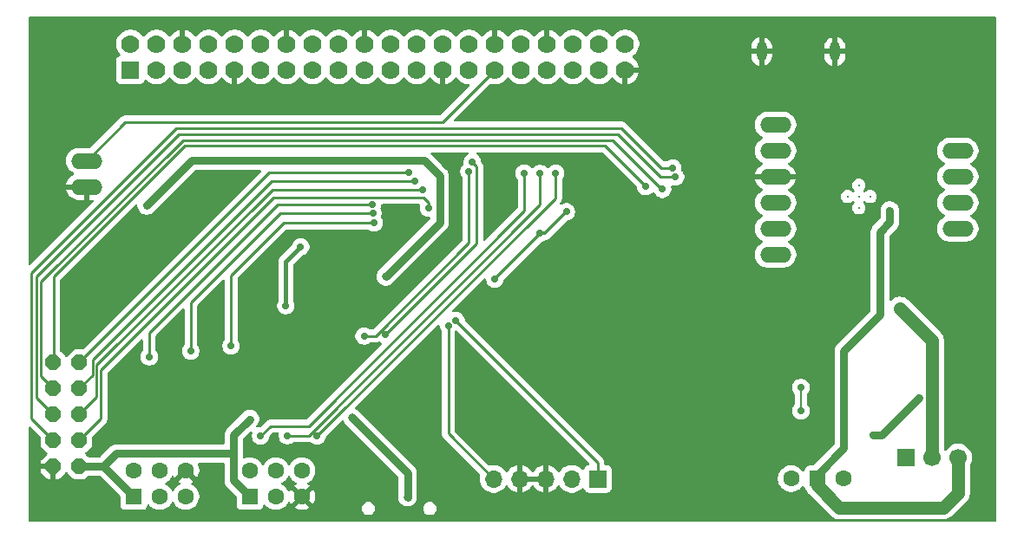
<source format=gbr>
%TF.GenerationSoftware,KiCad,Pcbnew,9.0.3*%
%TF.CreationDate,2025-12-03T20:13:16+05:30*%
%TF.ProjectId,cpm_vehicle_pcb,63706d5f-7665-4686-9963-6c655f706362,rev?*%
%TF.SameCoordinates,Original*%
%TF.FileFunction,Copper,L2,Bot*%
%TF.FilePolarity,Positive*%
%FSLAX46Y46*%
G04 Gerber Fmt 4.6, Leading zero omitted, Abs format (unit mm)*
G04 Created by KiCad (PCBNEW 9.0.3) date 2025-12-03 20:13:16*
%MOMM*%
%LPD*%
G01*
G04 APERTURE LIST*
G04 Aperture macros list*
%AMOutline5P*
0 Free polygon, 5 corners , with rotation*
0 The origin of the aperture is its center*
0 number of corners: always 5*
0 $1 to $10 corner X, Y*
0 $11 Rotation angle, in degrees counterclockwise*
0 create outline with 5 corners*
4,1,5,$1,$2,$3,$4,$5,$6,$7,$8,$9,$10,$1,$2,$11*%
%AMOutline6P*
0 Free polygon, 6 corners , with rotation*
0 The origin of the aperture is its center*
0 number of corners: always 6*
0 $1 to $12 corner X, Y*
0 $13 Rotation angle, in degrees counterclockwise*
0 create outline with 6 corners*
4,1,6,$1,$2,$3,$4,$5,$6,$7,$8,$9,$10,$11,$12,$1,$2,$13*%
%AMOutline7P*
0 Free polygon, 7 corners , with rotation*
0 The origin of the aperture is its center*
0 number of corners: always 7*
0 $1 to $14 corner X, Y*
0 $15 Rotation angle, in degrees counterclockwise*
0 create outline with 7 corners*
4,1,7,$1,$2,$3,$4,$5,$6,$7,$8,$9,$10,$11,$12,$13,$14,$1,$2,$15*%
%AMOutline8P*
0 Free polygon, 8 corners , with rotation*
0 The origin of the aperture is its center*
0 number of corners: always 8*
0 $1 to $16 corner X, Y*
0 $17 Rotation angle, in degrees counterclockwise*
0 create outline with 8 corners*
4,1,8,$1,$2,$3,$4,$5,$6,$7,$8,$9,$10,$11,$12,$13,$14,$15,$16,$1,$2,$17*%
G04 Aperture macros list end*
%TA.AperFunction,ComponentPad*%
%ADD10O,3.048000X1.524000*%
%TD*%
%TA.AperFunction,ComponentPad*%
%ADD11R,1.700000X1.700000*%
%TD*%
%TA.AperFunction,ComponentPad*%
%ADD12C,1.700000*%
%TD*%
%TA.AperFunction,ComponentPad*%
%ADD13O,1.700000X1.700000*%
%TD*%
%TA.AperFunction,ComponentPad*%
%ADD14O,1.050000X1.850000*%
%TD*%
%TA.AperFunction,ComponentPad*%
%ADD15R,1.500000X1.500000*%
%TD*%
%TA.AperFunction,ComponentPad*%
%ADD16C,1.600000*%
%TD*%
%TA.AperFunction,ComponentPad*%
%ADD17R,1.605000X1.605000*%
%TD*%
%TA.AperFunction,ComponentPad*%
%ADD18C,1.605000*%
%TD*%
%TA.AperFunction,ComponentPad*%
%ADD19C,0.300000*%
%TD*%
%TA.AperFunction,ComponentPad*%
%ADD20Outline8P,-0.762000X0.315631X-0.315631X0.762000X0.315631X0.762000X0.762000X0.315631X0.762000X-0.315631X0.315631X-0.762000X-0.315631X-0.762000X-0.762000X-0.315631X90.000000*%
%TD*%
%TA.AperFunction,ComponentPad*%
%ADD21R,1.778000X1.778000*%
%TD*%
%TA.AperFunction,ComponentPad*%
%ADD22C,1.778000*%
%TD*%
%TA.AperFunction,ViaPad*%
%ADD23C,0.700000*%
%TD*%
%TA.AperFunction,ViaPad*%
%ADD24C,0.800000*%
%TD*%
%TA.AperFunction,ViaPad*%
%ADD25C,1.000000*%
%TD*%
%TA.AperFunction,ViaPad*%
%ADD26C,1.300000*%
%TD*%
%TA.AperFunction,ViaPad*%
%ADD27C,2.000000*%
%TD*%
%TA.AperFunction,Conductor*%
%ADD28C,0.800000*%
%TD*%
%TA.AperFunction,Conductor*%
%ADD29C,0.300000*%
%TD*%
%TA.AperFunction,Conductor*%
%ADD30C,0.254000*%
%TD*%
%TA.AperFunction,Conductor*%
%ADD31C,0.400000*%
%TD*%
%TA.AperFunction,Conductor*%
%ADD32C,0.200000*%
%TD*%
%TA.AperFunction,Conductor*%
%ADD33C,1.300000*%
%TD*%
G04 APERTURE END LIST*
D10*
%TO.P,A1,1,VIN@1*%
%TO.N,+5V*%
X165180000Y-52880000D03*
%TO.P,A1,2,3VO@2*%
%TO.N,unconnected-(A1-3VO@2-Pad2)*%
X165180000Y-55420000D03*
%TO.P,A1,3,GND@3*%
%TO.N,GND*%
X165180000Y-57960000D03*
%TO.P,A1,4,SDA@4*%
%TO.N,/SDA*%
X165180000Y-60500000D03*
%TO.P,A1,5,SCL@5*%
%TO.N,/SCL*%
X165180000Y-63040000D03*
%TO.P,A1,6,RST@6*%
%TO.N,unconnected-(A1-RST@6-Pad6)*%
X165180000Y-65580000D03*
%TO.P,A1,7,ADR@7*%
%TO.N,unconnected-(A1-ADR@7-Pad7)*%
X182960000Y-63040000D03*
%TO.P,A1,8,INT@8*%
%TO.N,unconnected-(A1-INT@8-Pad8)*%
X182960000Y-60500000D03*
%TO.P,A1,9,PS1@9*%
%TO.N,unconnected-(A1-PS1@9-Pad9)*%
X182960000Y-57960000D03*
%TO.P,A1,10,PS0@10*%
%TO.N,unconnected-(A1-PS0@10-Pad10)*%
X182960000Y-55420000D03*
%TD*%
D11*
%TO.P,J6,1,Pin_1*%
%TO.N,B-*%
X177920000Y-85400000D03*
D12*
%TO.P,J6,2,Pin_2*%
%TO.N,BB*%
X180460000Y-85400000D03*
%TO.P,J6,3,Pin_3*%
%TO.N,B+*%
X183000000Y-85400000D03*
%TD*%
D10*
%TO.P,R/W0,1,1*%
%TO.N,GND*%
X97950000Y-58950000D03*
%TO.P,R/W0,2,2*%
%TO.N,/MODE*%
X97950000Y-56410000D03*
%TD*%
D11*
%TO.P,J3,1,Pin_1*%
%TO.N,/PWM*%
X147842500Y-87475000D03*
D13*
%TO.P,J3,2,Pin_2*%
%TO.N,vcc_bat*%
X145302500Y-87475000D03*
%TO.P,J3,3,Pin_3*%
%TO.N,GND*%
X142762500Y-87475000D03*
%TO.P,J3,4,Pin_4*%
X140222500Y-87475000D03*
%TO.P,J3,5,Pin_5*%
%TO.N,/SERVO_PWM*%
X137682500Y-87475000D03*
%TD*%
D14*
%TO.P,J4,SH1,SHIELD*%
%TO.N,GND*%
X170975000Y-45710000D03*
%TO.P,J4,SH4,SHIELD*%
X163825000Y-45710000D03*
%TD*%
D15*
%TO.P,SW2,1,B*%
%TO.N,B+*%
X169250000Y-87450000D03*
D16*
%TO.P,SW2,2,A*%
%TO.N,unconnected-(SW2A-A-Pad2)*%
X171790000Y-87450000D03*
%TO.P,SW2,3,C*%
%TO.N,vcc_bat*%
X166710000Y-87450000D03*
%TD*%
D17*
%TO.P,J1,1,Pin_1*%
%TO.N,+5V*%
X102572500Y-89195000D03*
D18*
%TO.P,J1,2,Pin_2*%
%TO.N,/LED3_PIN*%
X102572500Y-86655000D03*
%TO.P,J1,3,Pin_3*%
%TO.N,/LED2_PIN*%
X105112500Y-89195000D03*
%TO.P,J1,4,Pin_4*%
%TO.N,/LED4_PIN*%
X105112500Y-86655000D03*
%TO.P,J1,5,Pin_5*%
%TO.N,/LED1_PIN*%
X107652500Y-89195000D03*
%TO.P,J1,6,Pin_6*%
%TO.N,GND*%
X107652500Y-86655000D03*
%TD*%
D19*
%TO.P,U2,25_1,EP*%
%TO.N,Net-(U2-EP-Pad25)*%
X173310000Y-59890000D03*
%TO.P,U2,25_2,EP*%
X172210000Y-59890000D03*
%TO.P,U2,25_3,EP*%
X174410000Y-59890000D03*
%TO.P,U2,25_4,EP*%
X173310000Y-60990000D03*
%TO.P,U2,25_5,EP*%
X173310000Y-58790000D03*
%TD*%
D20*
%TO.P,EXT_PINS0,1,1*%
%TO.N,+5V*%
X97260000Y-86260000D03*
%TO.P,EXT_PINS0,2,2*%
%TO.N,GND*%
X94720000Y-86260000D03*
%TO.P,EXT_PINS0,3,3*%
%TO.N,/ERW5*%
X97260000Y-83720000D03*
%TO.P,EXT_PINS0,4,4*%
%TO.N,/ERW1*%
X94720000Y-83720000D03*
%TO.P,EXT_PINS0,5,5*%
%TO.N,/ERW6*%
X97260000Y-81180000D03*
%TO.P,EXT_PINS0,6,6*%
%TO.N,/ERW2*%
X94720000Y-81180000D03*
%TO.P,EXT_PINS0,7,7*%
%TO.N,/ERW7*%
X97260000Y-78640000D03*
%TO.P,EXT_PINS0,8,8*%
%TO.N,/ERW3*%
X94720000Y-78640000D03*
%TO.P,EXT_PINS0,9,9*%
%TO.N,/ERW8*%
X97260000Y-76100000D03*
%TO.P,EXT_PINS0,10,10*%
%TO.N,/ERW4*%
X94720000Y-76100000D03*
%TD*%
D21*
%TO.P,IC2,1,3V3@1*%
%TO.N,+3V3*%
X102240000Y-47520000D03*
D22*
%TO.P,IC2,2,5V0@1*%
%TO.N,+5V*%
X102240000Y-44980000D03*
%TO.P,IC2,3,GPIO2/SDA1*%
%TO.N,SDA1*%
X104780000Y-47520000D03*
%TO.P,IC2,4,5V0@2*%
%TO.N,+5V*%
X104780000Y-44980000D03*
%TO.P,IC2,5,GPIO3/SCL1*%
%TO.N,SCL1*%
X107320000Y-47520000D03*
%TO.P,IC2,6,GND@8*%
%TO.N,GND*%
X107320000Y-44980000D03*
%TO.P,IC2,7,GPIO4/GCKL*%
%TO.N,unconnected-(IC2-GPIO4{slash}GCKL-Pad7)*%
X109860000Y-47520000D03*
%TO.P,IC2,8,TXD0/GPIO14*%
%TO.N,unconnected-(IC2-TXD0{slash}GPIO14-Pad8)*%
X109860000Y-44980000D03*
%TO.P,IC2,9,GND@1*%
%TO.N,GND*%
X112400000Y-47520000D03*
%TO.P,IC2,10,RXD0/GPIO15*%
%TO.N,unconnected-(IC2-RXD0{slash}GPIO15-Pad10)*%
X112400000Y-44980000D03*
%TO.P,IC2,11,GPIO17/GEN0*%
%TO.N,unconnected-(IC2-GPIO17{slash}GEN0-Pad11)*%
X114940000Y-47520000D03*
%TO.P,IC2,12,GPIO18*%
%TO.N,unconnected-(IC2-GPIO18-Pad12)*%
X114940000Y-44980000D03*
%TO.P,IC2,13,GPIO27/GEN2*%
%TO.N,unconnected-(IC2-GPIO27{slash}GEN2-Pad13)*%
X117480000Y-47520000D03*
%TO.P,IC2,14,GND@4*%
%TO.N,GND*%
X117480000Y-44980000D03*
%TO.P,IC2,15,GPIO22/GEN3*%
%TO.N,unconnected-(IC2-GPIO22{slash}GEN3-Pad15)*%
X120020000Y-47520000D03*
%TO.P,IC2,16,GEN4/GPIO23*%
%TO.N,unconnected-(IC2-GEN4{slash}GPIO23-Pad16)*%
X120020000Y-44980000D03*
%TO.P,IC2,17,3V3@2*%
%TO.N,unconnected-(IC2-3V3@2-Pad17)*%
X122560000Y-47520000D03*
%TO.P,IC2,18,GEN5/GPIO24*%
%TO.N,unconnected-(IC2-GEN5{slash}GPIO24-Pad18)*%
X122560000Y-44980000D03*
%TO.P,IC2,19,GPIO10/MOSI*%
%TO.N,/MOSI_PI*%
X125100000Y-47520000D03*
%TO.P,IC2,20,GND@5*%
%TO.N,GND*%
X125100000Y-44980000D03*
%TO.P,IC2,21,GPIO9/MISO*%
%TO.N,/MISO_PI*%
X127640000Y-47520000D03*
%TO.P,IC2,22,GEN/6GPIO25*%
%TO.N,unconnected-(IC2-GEN{slash}6GPIO25-Pad22)*%
X127640000Y-44980000D03*
%TO.P,IC2,23,GPIO11/SCLK*%
%TO.N,/SCK_PI*%
X130180000Y-47520000D03*
%TO.P,IC2,24,~{CE0}/GPIO8*%
%TO.N,/SS_PI*%
X130180000Y-44980000D03*
%TO.P,IC2,25,GND@2*%
%TO.N,GND*%
X132720000Y-47520000D03*
%TO.P,IC2,26,~{CE}/GPIO7*%
%TO.N,unconnected-(IC2-~{CE}{slash}GPIO7-Pad26)*%
X132720000Y-44980000D03*
%TO.P,IC2,27,ID_SD*%
%TO.N,unconnected-(IC2-ID_SD-Pad27)*%
X135260000Y-47520000D03*
%TO.P,IC2,28,ID_SC*%
%TO.N,unconnected-(IC2-ID_SC-Pad28)*%
X135260000Y-44980000D03*
%TO.P,IC2,29,GPIO5*%
%TO.N,/MODE*%
X137800000Y-47520000D03*
%TO.P,IC2,30,GND@6*%
%TO.N,GND*%
X137800000Y-44980000D03*
%TO.P,IC2,31,GPIO6*%
%TO.N,unconnected-(IC2-GPIO6-Pad31)*%
X140340000Y-47520000D03*
%TO.P,IC2,32,GPIO12*%
%TO.N,unconnected-(IC2-GPIO12-Pad32)*%
X140340000Y-44980000D03*
%TO.P,IC2,33,GPIO13*%
%TO.N,unconnected-(IC2-GPIO13-Pad33)*%
X142880000Y-47520000D03*
%TO.P,IC2,34,GND@7*%
%TO.N,GND*%
X142880000Y-44980000D03*
%TO.P,IC2,35,GPIO19*%
%TO.N,unconnected-(IC2-GPIO19-Pad35)*%
X145420000Y-47520000D03*
%TO.P,IC2,36,GPIO16*%
%TO.N,unconnected-(IC2-GPIO16-Pad36)*%
X145420000Y-44980000D03*
%TO.P,IC2,37,GPIO26*%
%TO.N,unconnected-(IC2-GPIO26-Pad37)*%
X147960000Y-47520000D03*
%TO.P,IC2,38,GPIO20*%
%TO.N,unconnected-(IC2-GPIO20-Pad38)*%
X147960000Y-44980000D03*
%TO.P,IC2,39,GND@3*%
%TO.N,GND*%
X150500000Y-47520000D03*
%TO.P,IC2,40,GPIO21*%
%TO.N,unconnected-(IC2-GPIO21-Pad40)*%
X150500000Y-44980000D03*
%TD*%
D17*
%TO.P,J2,1,Pin_1*%
%TO.N,+5V*%
X113902500Y-89205000D03*
D18*
%TO.P,J2,2,Pin_2*%
%TO.N,/SENSOR3*%
X113902500Y-86665000D03*
%TO.P,J2,3,Pin_3*%
%TO.N,unconnected-(J2-Pin_3-Pad3)*%
X116442500Y-89205000D03*
%TO.P,J2,4,Pin_4*%
%TO.N,/SENSOR2*%
X116442500Y-86665000D03*
%TO.P,J2,5,Pin_5*%
%TO.N,GND*%
X118982500Y-89205000D03*
%TO.P,J2,6,Pin_6*%
%TO.N,/SENSOR1*%
X118982500Y-86665000D03*
%TD*%
D23*
%TO.N,+5V*%
X113910000Y-81630000D03*
X137800000Y-67950000D03*
X144790000Y-61390000D03*
X142180000Y-63490000D03*
D24*
X123915000Y-81515000D03*
X129290000Y-89260000D03*
D23*
%TO.N,Net-(U8-VC)*%
X174730000Y-83180000D03*
X179180000Y-79540000D03*
%TO.N,/ERW4*%
X152523522Y-58933679D03*
%TO.N,/ERW8*%
X129390000Y-57560000D03*
%TO.N,/ERW7*%
X129970000Y-58400000D03*
%TO.N,/ERW6*%
X130730000Y-59200000D03*
%TO.N,/ERW1*%
X155160000Y-57080000D03*
%TO.N,/ERW2*%
X155430000Y-57990000D03*
%TO.N,/ERW3*%
X154160000Y-59190000D03*
%TO.N,/ERW5*%
X131330000Y-61030000D03*
%TO.N,/SENSOR3*%
X140670000Y-57610000D03*
X114940000Y-83280000D03*
%TO.N,/TX0*%
X125040000Y-73510000D03*
X135270000Y-57430000D03*
%TO.N,/SENSOR1*%
X120465000Y-83305000D03*
X143730000Y-57620000D03*
%TO.N,/RX0*%
X127150000Y-73410000D03*
X135600000Y-56540000D03*
%TO.N,/SENSOR2*%
X142200000Y-57650000D03*
X117560000Y-83260000D03*
%TO.N,/PWM*%
X134010000Y-72030000D03*
%TO.N,+3V3*%
X117410000Y-70560000D03*
X118855000Y-64800000D03*
%TO.N,/SERVO_PWM*%
X133260000Y-72490000D03*
%TO.N,Net-(Q3-S1{slash}D2-Pad2)*%
X167655000Y-80827500D03*
X167655000Y-78552500D03*
%TO.N,/R12*%
X104090000Y-75560000D03*
X125860000Y-60670000D03*
%TO.N,/R13*%
X125910000Y-61530000D03*
X108130000Y-74990000D03*
%TO.N,/R14*%
X112060000Y-74500000D03*
X126030000Y-62460000D03*
D25*
%TO.N,BB*%
X177350000Y-70830000D03*
D23*
%TO.N,B+*%
X172810000Y-73990000D03*
X176340000Y-61250000D03*
D26*
%TO.N,GND*%
X163760000Y-49300000D03*
D23*
X115730000Y-66400000D03*
D26*
X141540000Y-72810000D03*
D27*
X121420000Y-90520000D03*
X97710000Y-68380000D03*
X167390000Y-83690000D03*
D26*
X140250000Y-85010000D03*
D27*
X110260000Y-71690000D03*
X121500000Y-76010000D03*
D26*
X145450000Y-65770000D03*
D27*
X151510000Y-85600000D03*
X113430000Y-50620000D03*
D25*
X170300000Y-78180000D03*
D23*
%TO.N,Net-(U3-OE)*%
X103825000Y-60775000D03*
D24*
X127160000Y-67700000D03*
%TD*%
D28*
%TO.N,+5V*%
X99637500Y-86260000D02*
X102572500Y-89195000D01*
X112320000Y-83220000D02*
X112320000Y-85010000D01*
D29*
X142180000Y-63570000D02*
X142180000Y-63490000D01*
D28*
X100887500Y-85010000D02*
X112320000Y-85010000D01*
X112320000Y-85010000D02*
X112320000Y-87622500D01*
D29*
X144790000Y-61390000D02*
X142690000Y-63490000D01*
D28*
X129290000Y-86890000D02*
X129290000Y-89260000D01*
D29*
X137800000Y-67950000D02*
X142180000Y-63570000D01*
D28*
X99637500Y-86260000D02*
X97260000Y-86260000D01*
X113910000Y-81630000D02*
X112320000Y-83220000D01*
X123915000Y-81515000D02*
X129290000Y-86890000D01*
X99637500Y-86260000D02*
X100887500Y-85010000D01*
D29*
X142690000Y-63490000D02*
X142180000Y-63490000D01*
D28*
X112320000Y-87622500D02*
X113902500Y-89205000D01*
%TO.N,Net-(U8-VC)*%
X175540000Y-83180000D02*
X174730000Y-83180000D01*
X179180000Y-79540000D02*
X175540000Y-83180000D01*
D30*
%TO.N,/ERW4*%
X107570000Y-54940000D02*
X94770000Y-67740000D01*
X152523522Y-58933679D02*
X148529843Y-54940000D01*
X94770000Y-67740000D02*
X94770000Y-76050000D01*
X94770000Y-76050000D02*
X94720000Y-76100000D01*
X148529843Y-54940000D02*
X107570000Y-54940000D01*
%TO.N,/ERW8*%
X115800000Y-57560000D02*
X97260000Y-76100000D01*
X129390000Y-57560000D02*
X115800000Y-57560000D01*
%TO.N,/ERW7*%
X98540000Y-75840000D02*
X98540000Y-77360000D01*
X98540000Y-77360000D02*
X97260000Y-78640000D01*
X115980000Y-58400000D02*
X98540000Y-75840000D01*
X129970000Y-58400000D02*
X115980000Y-58400000D01*
%TO.N,/ERW6*%
X116110000Y-59200000D02*
X98947000Y-76363000D01*
X130730000Y-59200000D02*
X116110000Y-59200000D01*
X98947000Y-79493000D02*
X97260000Y-81180000D01*
X98947000Y-76363000D02*
X98947000Y-79493000D01*
%TO.N,/ERW1*%
X155160000Y-57080000D02*
X154060953Y-57080000D01*
X92610000Y-67330000D02*
X92610000Y-81610000D01*
X154060953Y-57080000D02*
X150180953Y-53200000D01*
X150180953Y-53200000D02*
X106740000Y-53200000D01*
X106740000Y-53200000D02*
X92610000Y-67330000D01*
X92610000Y-81610000D02*
X94720000Y-83720000D01*
%TO.N,/ERW2*%
X93070000Y-67730000D02*
X93070000Y-79530000D01*
X106990000Y-53810000D02*
X93070000Y-67730000D01*
X93070000Y-79530000D02*
X94720000Y-81180000D01*
X149790000Y-53810000D02*
X106990000Y-53810000D01*
X155430000Y-57990000D02*
X153970000Y-57990000D01*
X153970000Y-57990000D02*
X149790000Y-53810000D01*
%TO.N,/ERW3*%
X154160000Y-59190000D02*
X154070000Y-59190000D01*
X93527000Y-77447000D02*
X94720000Y-78640000D01*
X93527000Y-68223000D02*
X93527000Y-77447000D01*
X149270000Y-54390000D02*
X107360000Y-54390000D01*
X107360000Y-54390000D02*
X93527000Y-68223000D01*
X154070000Y-59190000D02*
X149270000Y-54390000D01*
%TO.N,/ERW5*%
X131330000Y-60480000D02*
X130850000Y-60000000D01*
X116220000Y-60000000D02*
X99354000Y-76866000D01*
X131330000Y-61030000D02*
X131330000Y-60480000D01*
X99354000Y-76866000D02*
X99354000Y-81626000D01*
X99354000Y-81626000D02*
X97260000Y-83720000D01*
X130850000Y-60000000D02*
X116220000Y-60000000D01*
%TO.N,/SENSOR3*%
X140670000Y-57610000D02*
X140670000Y-61280000D01*
X119632000Y-82318000D02*
X115902000Y-82318000D01*
X140670000Y-61280000D02*
X119632000Y-82318000D01*
X115902000Y-82318000D02*
X114940000Y-83280000D01*
%TO.N,/TX0*%
X135270000Y-57430000D02*
X135270000Y-64400000D01*
X126160000Y-73510000D02*
X125040000Y-73510000D01*
X135270000Y-64400000D02*
X126160000Y-73510000D01*
%TO.N,/SENSOR1*%
X143730000Y-57620000D02*
X143730000Y-60040000D01*
X143730000Y-60040000D02*
X120465000Y-83305000D01*
%TO.N,/RX0*%
X136040000Y-64520000D02*
X127150000Y-73410000D01*
X135600000Y-56540000D02*
X136040000Y-56980000D01*
X136040000Y-56980000D02*
X136040000Y-64520000D01*
%TO.N,/SENSOR2*%
X142200000Y-60681873D02*
X119621873Y-83260000D01*
X142200000Y-57650000D02*
X142200000Y-60681873D01*
X117560000Y-83260000D02*
X119621873Y-83260000D01*
%TO.N,/PWM*%
X147842500Y-85862500D02*
X147842500Y-87475000D01*
X134010000Y-72030000D02*
X147842500Y-85862500D01*
%TO.N,/MODE*%
X137800000Y-47520000D02*
X132700000Y-52620000D01*
X132700000Y-52620000D02*
X101740000Y-52620000D01*
X101740000Y-52620000D02*
X97950000Y-56410000D01*
D31*
%TO.N,+3V3*%
X117410000Y-66245000D02*
X118855000Y-64800000D01*
X117410000Y-70560000D02*
X117410000Y-66245000D01*
D30*
%TO.N,/SERVO_PWM*%
X133260000Y-83052500D02*
X137682500Y-87475000D01*
X133260000Y-72490000D02*
X133260000Y-83052500D01*
D32*
%TO.N,Net-(Q3-S1{slash}D2-Pad2)*%
X167655000Y-78552500D02*
X167655000Y-80827500D01*
D30*
%TO.N,/R12*%
X104090000Y-75560000D02*
X104090000Y-73200000D01*
X116620000Y-60670000D02*
X125860000Y-60670000D01*
X104090000Y-73200000D02*
X116620000Y-60670000D01*
%TO.N,/R13*%
X116850000Y-61530000D02*
X108150000Y-70230000D01*
X125910000Y-61530000D02*
X116850000Y-61530000D01*
X108150000Y-74970000D02*
X108130000Y-74990000D01*
X108150000Y-70230000D02*
X108150000Y-74970000D01*
%TO.N,/R14*%
X117180000Y-62460000D02*
X126030000Y-62460000D01*
X112060000Y-74500000D02*
X112060000Y-67580000D01*
X112060000Y-67580000D02*
X117180000Y-62460000D01*
D33*
%TO.N,BB*%
X180420000Y-85360000D02*
X180460000Y-85400000D01*
X180460000Y-85400000D02*
X180460000Y-73940000D01*
X180460000Y-73940000D02*
X177350000Y-70830000D01*
D28*
%TO.N,B+*%
X176340000Y-61250000D02*
X176340000Y-62380000D01*
D33*
X181570000Y-90270000D02*
X171430000Y-90270000D01*
X169250000Y-88090000D02*
X169250000Y-87450000D01*
D28*
X171840000Y-74960000D02*
X171840000Y-84460000D01*
D33*
X183000000Y-88840000D02*
X181570000Y-90270000D01*
D28*
X171840000Y-84460000D02*
X169250000Y-87050000D01*
D33*
X171430000Y-90270000D02*
X169250000Y-88090000D01*
D28*
X175370000Y-71430000D02*
X172810000Y-73990000D01*
X172810000Y-73990000D02*
X171840000Y-74960000D01*
X175370000Y-63350000D02*
X175370000Y-71430000D01*
X176340000Y-62380000D02*
X175370000Y-63350000D01*
D33*
X183000000Y-85400000D02*
X183000000Y-88840000D01*
D28*
X169250000Y-87050000D02*
X169250000Y-87450000D01*
%TO.N,Net-(U3-OE)*%
X130916325Y-56390000D02*
X132410000Y-57883675D01*
X132410000Y-62450000D02*
X127160000Y-67700000D01*
X132410000Y-57883675D02*
X132410000Y-62450000D01*
X108210000Y-56390000D02*
X130916325Y-56390000D01*
X103825000Y-60775000D02*
X108210000Y-56390000D01*
%TD*%
%TA.AperFunction,Conductor*%
%TO.N,GND*%
G36*
X186642539Y-42320185D02*
G01*
X186688294Y-42372989D01*
X186699500Y-42424500D01*
X186699500Y-91575500D01*
X186679815Y-91642539D01*
X186627011Y-91688294D01*
X186575500Y-91699500D01*
X92424500Y-91699500D01*
X92357461Y-91679815D01*
X92311706Y-91627011D01*
X92300500Y-91575500D01*
X92300500Y-82487281D01*
X92320185Y-82420242D01*
X92372989Y-82374487D01*
X92442147Y-82364543D01*
X92505703Y-82393568D01*
X92512181Y-82399600D01*
X93421181Y-83308600D01*
X93454666Y-83369923D01*
X93457500Y-83396281D01*
X93457500Y-84076601D01*
X93464269Y-84130499D01*
X93468060Y-84160681D01*
X93481752Y-84193736D01*
X93523136Y-84293646D01*
X93523137Y-84293647D01*
X93575121Y-84360566D01*
X93575127Y-84360572D01*
X94079436Y-84864882D01*
X94079451Y-84864895D01*
X94114847Y-84892390D01*
X94155715Y-84949060D01*
X94159457Y-85018830D01*
X94124885Y-85079547D01*
X94114852Y-85088241D01*
X94079768Y-85115496D01*
X94079759Y-85115503D01*
X93575503Y-85619759D01*
X93575492Y-85619772D01*
X93523570Y-85686610D01*
X93523570Y-85686611D01*
X93468549Y-85819444D01*
X93458000Y-85903427D01*
X93458000Y-86010000D01*
X94277749Y-86010000D01*
X94246619Y-86063919D01*
X94212000Y-86193120D01*
X94212000Y-86326880D01*
X94246619Y-86456081D01*
X94277749Y-86510000D01*
X93458000Y-86510000D01*
X93458000Y-86616574D01*
X93468549Y-86700556D01*
X93523570Y-86833389D01*
X93575492Y-86900227D01*
X93575503Y-86900240D01*
X94079759Y-87404496D01*
X94079772Y-87404507D01*
X94146610Y-87456429D01*
X94279444Y-87511450D01*
X94363427Y-87521999D01*
X94363434Y-87522000D01*
X94470000Y-87522000D01*
X94470000Y-86702251D01*
X94523919Y-86733381D01*
X94653120Y-86768000D01*
X94786880Y-86768000D01*
X94916081Y-86733381D01*
X94970000Y-86702251D01*
X94970000Y-87522000D01*
X95076573Y-87522000D01*
X95076574Y-87521999D01*
X95160556Y-87511450D01*
X95293389Y-87456429D01*
X95360227Y-87404507D01*
X95360240Y-87404496D01*
X95864496Y-86900240D01*
X95864503Y-86900232D01*
X95891755Y-86865150D01*
X95948426Y-86824282D01*
X96018196Y-86820541D01*
X96078912Y-86855114D01*
X96087606Y-86865147D01*
X96114868Y-86900240D01*
X96115121Y-86900566D01*
X96115127Y-86900572D01*
X96619436Y-87404882D01*
X96619446Y-87404891D01*
X96686351Y-87456863D01*
X96686352Y-87456863D01*
X96686353Y-87456864D01*
X96819319Y-87511940D01*
X96903392Y-87522500D01*
X97616606Y-87522499D01*
X97700681Y-87511940D01*
X97833647Y-87456863D01*
X97900566Y-87404879D01*
X98108626Y-87196819D01*
X98169949Y-87163334D01*
X98196307Y-87160500D01*
X99213138Y-87160500D01*
X99280177Y-87180185D01*
X99300819Y-87196819D01*
X101233181Y-89129181D01*
X101266666Y-89190504D01*
X101269500Y-89216862D01*
X101269500Y-90045370D01*
X101269501Y-90045376D01*
X101275908Y-90104983D01*
X101326202Y-90239828D01*
X101326206Y-90239835D01*
X101412452Y-90355044D01*
X101412455Y-90355047D01*
X101527664Y-90441293D01*
X101527671Y-90441297D01*
X101662517Y-90491591D01*
X101662516Y-90491591D01*
X101669444Y-90492335D01*
X101722127Y-90498000D01*
X103422872Y-90497999D01*
X103482483Y-90491591D01*
X103617331Y-90441296D01*
X103732546Y-90355046D01*
X103818796Y-90239831D01*
X103869091Y-90104983D01*
X103872574Y-90072580D01*
X103899311Y-90008034D01*
X103956702Y-89968185D01*
X104026528Y-89965690D01*
X104086617Y-90001342D01*
X104096181Y-90012954D01*
X104118621Y-90043840D01*
X104118625Y-90043845D01*
X104263654Y-90188874D01*
X104263659Y-90188878D01*
X104408380Y-90294023D01*
X104429579Y-90309425D01*
X104538738Y-90365044D01*
X104612317Y-90402535D01*
X104612319Y-90402535D01*
X104612322Y-90402537D01*
X104807380Y-90465916D01*
X104908666Y-90481958D01*
X105009947Y-90498000D01*
X105009952Y-90498000D01*
X105215053Y-90498000D01*
X105307126Y-90483416D01*
X105417620Y-90465916D01*
X105612678Y-90402537D01*
X105795421Y-90309425D01*
X105961347Y-90188873D01*
X106106373Y-90043847D01*
X106226925Y-89877921D01*
X106272015Y-89789425D01*
X106319989Y-89738630D01*
X106387810Y-89721835D01*
X106453945Y-89744372D01*
X106492984Y-89789425D01*
X106497800Y-89798876D01*
X106538077Y-89877925D01*
X106658621Y-90043840D01*
X106658625Y-90043845D01*
X106803654Y-90188874D01*
X106803659Y-90188878D01*
X106948380Y-90294023D01*
X106969579Y-90309425D01*
X107078738Y-90365044D01*
X107152317Y-90402535D01*
X107152319Y-90402535D01*
X107152322Y-90402537D01*
X107347380Y-90465916D01*
X107448666Y-90481958D01*
X107549947Y-90498000D01*
X107549952Y-90498000D01*
X107755053Y-90498000D01*
X107847126Y-90483416D01*
X107957620Y-90465916D01*
X108152678Y-90402537D01*
X108335421Y-90309425D01*
X108501347Y-90188873D01*
X108646373Y-90043847D01*
X108766925Y-89877921D01*
X108860037Y-89695178D01*
X108923416Y-89500120D01*
X108940916Y-89389626D01*
X108955500Y-89297553D01*
X108955500Y-89092446D01*
X108929857Y-88930547D01*
X108923416Y-88889880D01*
X108860037Y-88694822D01*
X108860035Y-88694819D01*
X108860035Y-88694817D01*
X108817390Y-88611123D01*
X108766925Y-88512079D01*
X108711590Y-88435917D01*
X108646378Y-88346159D01*
X108646374Y-88346154D01*
X108501345Y-88201125D01*
X108501340Y-88201121D01*
X108335424Y-88080577D01*
X108335423Y-88080576D01*
X108335421Y-88080575D01*
X108273544Y-88049047D01*
X108246376Y-88035204D01*
X108195580Y-87987229D01*
X108178785Y-87919408D01*
X108201323Y-87853273D01*
X108246377Y-87814234D01*
X108335157Y-87768999D01*
X108380211Y-87736264D01*
X108380212Y-87736264D01*
X107810487Y-87166539D01*
X107859002Y-87153540D01*
X107980997Y-87083106D01*
X108080606Y-86983497D01*
X108151040Y-86861502D01*
X108164039Y-86812987D01*
X108733764Y-87382712D01*
X108733764Y-87382711D01*
X108766497Y-87337659D01*
X108859572Y-87154991D01*
X108922929Y-86959997D01*
X108955000Y-86757513D01*
X108955000Y-86552486D01*
X108922929Y-86350002D01*
X108859572Y-86155008D01*
X108826853Y-86090795D01*
X108813957Y-86022126D01*
X108840233Y-85957386D01*
X108897339Y-85917128D01*
X108937338Y-85910500D01*
X111295500Y-85910500D01*
X111362539Y-85930185D01*
X111408294Y-85982989D01*
X111419500Y-86034500D01*
X111419500Y-87711196D01*
X111454103Y-87885158D01*
X111454105Y-87885166D01*
X111480638Y-87949223D01*
X111484566Y-87958704D01*
X111521987Y-88049047D01*
X111564574Y-88112782D01*
X111568320Y-88118389D01*
X111568322Y-88118392D01*
X111620537Y-88196538D01*
X111620540Y-88196541D01*
X112563181Y-89139181D01*
X112596666Y-89200504D01*
X112599500Y-89226862D01*
X112599500Y-90055370D01*
X112599501Y-90055376D01*
X112605908Y-90114983D01*
X112656202Y-90249828D01*
X112656206Y-90249835D01*
X112742452Y-90365044D01*
X112742455Y-90365047D01*
X112857664Y-90451293D01*
X112857671Y-90451297D01*
X112992517Y-90501591D01*
X112992516Y-90501591D01*
X112999444Y-90502335D01*
X113052127Y-90508000D01*
X114752872Y-90507999D01*
X114812483Y-90501591D01*
X114947331Y-90451296D01*
X115062546Y-90365046D01*
X115148796Y-90249831D01*
X115199091Y-90114983D01*
X115202574Y-90082580D01*
X115229311Y-90018034D01*
X115286702Y-89978185D01*
X115356528Y-89975690D01*
X115416617Y-90011342D01*
X115426181Y-90022954D01*
X115448621Y-90053840D01*
X115448625Y-90053845D01*
X115593654Y-90198874D01*
X115593659Y-90198878D01*
X115663796Y-90249835D01*
X115759579Y-90319425D01*
X115876022Y-90378755D01*
X115942317Y-90412535D01*
X115942319Y-90412535D01*
X115942322Y-90412537D01*
X116137380Y-90475916D01*
X116236349Y-90491591D01*
X116339947Y-90508000D01*
X116339952Y-90508000D01*
X116545053Y-90508000D01*
X116648651Y-90491591D01*
X116747620Y-90475916D01*
X116942678Y-90412537D01*
X117125421Y-90319425D01*
X117291347Y-90198873D01*
X117436373Y-90053847D01*
X117556925Y-89887921D01*
X117602295Y-89798876D01*
X117650269Y-89748080D01*
X117718090Y-89731285D01*
X117784225Y-89753822D01*
X117823265Y-89798876D01*
X117868503Y-89887660D01*
X117901233Y-89932711D01*
X117901234Y-89932711D01*
X118470959Y-89362985D01*
X118483960Y-89411502D01*
X118554394Y-89533497D01*
X118654003Y-89633106D01*
X118775998Y-89703540D01*
X118824512Y-89716539D01*
X118254787Y-90286264D01*
X118299844Y-90318999D01*
X118482508Y-90412072D01*
X118677502Y-90475429D01*
X118879987Y-90507500D01*
X119085013Y-90507500D01*
X119287497Y-90475429D01*
X119399396Y-90439071D01*
X124811999Y-90439071D01*
X124836997Y-90564738D01*
X124836999Y-90564744D01*
X124886033Y-90683124D01*
X124886038Y-90683133D01*
X124957223Y-90789668D01*
X124957226Y-90789672D01*
X125047827Y-90880273D01*
X125047831Y-90880276D01*
X125154366Y-90951461D01*
X125154372Y-90951464D01*
X125154373Y-90951465D01*
X125272756Y-91000501D01*
X125272760Y-91000501D01*
X125272761Y-91000502D01*
X125398428Y-91025500D01*
X125398431Y-91025500D01*
X125526571Y-91025500D01*
X125611115Y-91008682D01*
X125652244Y-91000501D01*
X125770627Y-90951465D01*
X125877169Y-90880276D01*
X125967776Y-90789669D01*
X126038965Y-90683127D01*
X126088001Y-90564744D01*
X126101278Y-90497998D01*
X126113000Y-90439071D01*
X130811999Y-90439071D01*
X130836997Y-90564738D01*
X130836999Y-90564744D01*
X130886033Y-90683124D01*
X130886038Y-90683133D01*
X130957223Y-90789668D01*
X130957226Y-90789672D01*
X131047827Y-90880273D01*
X131047831Y-90880276D01*
X131154366Y-90951461D01*
X131154372Y-90951464D01*
X131154373Y-90951465D01*
X131272756Y-91000501D01*
X131272760Y-91000501D01*
X131272761Y-91000502D01*
X131398428Y-91025500D01*
X131398431Y-91025500D01*
X131526571Y-91025500D01*
X131611115Y-91008682D01*
X131652244Y-91000501D01*
X131770627Y-90951465D01*
X131877169Y-90880276D01*
X131967776Y-90789669D01*
X132038965Y-90683127D01*
X132088001Y-90564744D01*
X132101278Y-90497998D01*
X132113000Y-90439071D01*
X132113000Y-90310928D01*
X132088002Y-90185261D01*
X132088001Y-90185260D01*
X132088001Y-90185256D01*
X132038965Y-90066873D01*
X132038964Y-90066872D01*
X132038961Y-90066866D01*
X131967776Y-89960331D01*
X131967773Y-89960327D01*
X131877172Y-89869726D01*
X131877168Y-89869723D01*
X131770633Y-89798538D01*
X131770624Y-89798533D01*
X131652244Y-89749499D01*
X131652238Y-89749497D01*
X131526571Y-89724500D01*
X131526569Y-89724500D01*
X131398431Y-89724500D01*
X131398429Y-89724500D01*
X131272761Y-89749497D01*
X131272755Y-89749499D01*
X131154375Y-89798533D01*
X131154366Y-89798538D01*
X131047831Y-89869723D01*
X131047827Y-89869726D01*
X130957226Y-89960327D01*
X130957223Y-89960331D01*
X130886038Y-90066866D01*
X130886033Y-90066875D01*
X130836999Y-90185255D01*
X130836997Y-90185261D01*
X130812000Y-90310928D01*
X130812000Y-90310931D01*
X130812000Y-90439069D01*
X130812000Y-90439071D01*
X130811999Y-90439071D01*
X126113000Y-90439071D01*
X126113000Y-90310928D01*
X126088002Y-90185261D01*
X126088001Y-90185260D01*
X126088001Y-90185256D01*
X126038965Y-90066873D01*
X126038964Y-90066872D01*
X126038961Y-90066866D01*
X125967776Y-89960331D01*
X125967773Y-89960327D01*
X125877172Y-89869726D01*
X125877168Y-89869723D01*
X125770633Y-89798538D01*
X125770624Y-89798533D01*
X125652244Y-89749499D01*
X125652238Y-89749497D01*
X125526571Y-89724500D01*
X125526569Y-89724500D01*
X125398431Y-89724500D01*
X125398429Y-89724500D01*
X125272761Y-89749497D01*
X125272755Y-89749499D01*
X125154375Y-89798533D01*
X125154366Y-89798538D01*
X125047831Y-89869723D01*
X125047827Y-89869726D01*
X124957226Y-89960327D01*
X124957223Y-89960331D01*
X124886038Y-90066866D01*
X124886033Y-90066875D01*
X124836999Y-90185255D01*
X124836997Y-90185261D01*
X124812000Y-90310928D01*
X124812000Y-90310931D01*
X124812000Y-90439069D01*
X124812000Y-90439071D01*
X124811999Y-90439071D01*
X119399396Y-90439071D01*
X119482491Y-90412072D01*
X119665159Y-90318997D01*
X119710212Y-90286264D01*
X119140487Y-89716539D01*
X119189002Y-89703540D01*
X119310997Y-89633106D01*
X119410606Y-89533497D01*
X119481040Y-89411502D01*
X119494039Y-89362987D01*
X120063764Y-89932712D01*
X120063764Y-89932711D01*
X120096497Y-89887659D01*
X120189572Y-89704991D01*
X120252929Y-89509997D01*
X120285000Y-89307513D01*
X120285000Y-89102486D01*
X120252929Y-88900002D01*
X120189572Y-88705008D01*
X120096499Y-88522344D01*
X120063764Y-88477287D01*
X119494039Y-89047012D01*
X119481040Y-88998498D01*
X119410606Y-88876503D01*
X119310997Y-88776894D01*
X119189002Y-88706460D01*
X119140485Y-88693459D01*
X119710211Y-88123734D01*
X119710211Y-88123733D01*
X119665160Y-88091003D01*
X119576376Y-88045765D01*
X119525580Y-87997790D01*
X119508785Y-87929969D01*
X119531323Y-87863834D01*
X119576377Y-87824795D01*
X119576927Y-87824515D01*
X119665421Y-87779425D01*
X119831347Y-87658873D01*
X119976373Y-87513847D01*
X120096925Y-87347921D01*
X120190037Y-87165178D01*
X120253416Y-86970120D01*
X120273378Y-86844087D01*
X120285500Y-86767553D01*
X120285500Y-86562446D01*
X120257236Y-86384000D01*
X120253416Y-86359880D01*
X120190037Y-86164822D01*
X120190035Y-86164819D01*
X120190035Y-86164817D01*
X120138624Y-86063919D01*
X120096925Y-85982079D01*
X120050670Y-85918414D01*
X119976378Y-85816159D01*
X119976374Y-85816154D01*
X119831345Y-85671125D01*
X119831340Y-85671121D01*
X119665424Y-85550577D01*
X119665423Y-85550576D01*
X119665421Y-85550575D01*
X119578499Y-85506286D01*
X119482682Y-85457464D01*
X119435884Y-85442258D01*
X119287620Y-85394084D01*
X119287614Y-85394083D01*
X119085053Y-85362000D01*
X119085048Y-85362000D01*
X118879952Y-85362000D01*
X118879947Y-85362000D01*
X118677385Y-85394083D01*
X118677383Y-85394083D01*
X118677380Y-85394084D01*
X118579851Y-85425773D01*
X118482317Y-85457464D01*
X118299575Y-85550577D01*
X118133659Y-85671121D01*
X118133654Y-85671125D01*
X117988625Y-85816154D01*
X117988621Y-85816159D01*
X117868077Y-85982075D01*
X117822985Y-86070573D01*
X117775010Y-86121369D01*
X117707189Y-86138164D01*
X117641054Y-86115627D01*
X117602015Y-86070573D01*
X117586587Y-86040295D01*
X117556925Y-85982079D01*
X117510670Y-85918414D01*
X117436378Y-85816159D01*
X117436374Y-85816154D01*
X117291345Y-85671125D01*
X117291340Y-85671121D01*
X117125424Y-85550577D01*
X117125423Y-85550576D01*
X117125421Y-85550575D01*
X117038499Y-85506286D01*
X116942682Y-85457464D01*
X116895884Y-85442258D01*
X116747620Y-85394084D01*
X116747614Y-85394083D01*
X116545053Y-85362000D01*
X116545048Y-85362000D01*
X116339952Y-85362000D01*
X116339947Y-85362000D01*
X116137385Y-85394083D01*
X116137383Y-85394083D01*
X116137380Y-85394084D01*
X116039851Y-85425773D01*
X115942317Y-85457464D01*
X115759575Y-85550577D01*
X115593659Y-85671121D01*
X115593654Y-85671125D01*
X115448625Y-85816154D01*
X115448621Y-85816159D01*
X115328077Y-85982075D01*
X115282985Y-86070573D01*
X115235010Y-86121369D01*
X115167189Y-86138164D01*
X115101054Y-86115627D01*
X115062015Y-86070573D01*
X115046587Y-86040295D01*
X115016925Y-85982079D01*
X114970670Y-85918414D01*
X114896378Y-85816159D01*
X114896374Y-85816154D01*
X114751345Y-85671125D01*
X114751340Y-85671121D01*
X114585424Y-85550577D01*
X114585423Y-85550576D01*
X114585421Y-85550575D01*
X114498499Y-85506286D01*
X114402682Y-85457464D01*
X114355884Y-85442258D01*
X114207620Y-85394084D01*
X114207614Y-85394083D01*
X114005053Y-85362000D01*
X114005048Y-85362000D01*
X113799952Y-85362000D01*
X113799947Y-85362000D01*
X113597385Y-85394083D01*
X113597383Y-85394083D01*
X113597380Y-85394084D01*
X113402322Y-85457463D01*
X113402313Y-85457466D01*
X113400781Y-85458247D01*
X113400135Y-85458368D01*
X113397813Y-85459330D01*
X113397610Y-85458841D01*
X113332111Y-85471135D01*
X113267373Y-85444850D01*
X113227123Y-85387739D01*
X113220500Y-85347755D01*
X113220500Y-83644361D01*
X113240185Y-83577322D01*
X113256819Y-83556680D01*
X113577972Y-83235527D01*
X113922225Y-82891273D01*
X113983546Y-82857790D01*
X114053237Y-82862774D01*
X114109171Y-82904645D01*
X114133588Y-82970110D01*
X114124469Y-83026399D01*
X114122186Y-83031911D01*
X114122182Y-83031925D01*
X114089500Y-83196228D01*
X114089500Y-83363771D01*
X114122182Y-83528074D01*
X114122184Y-83528082D01*
X114186295Y-83682860D01*
X114279373Y-83822162D01*
X114397837Y-83940626D01*
X114464996Y-83985500D01*
X114537137Y-84033703D01*
X114691918Y-84097816D01*
X114856228Y-84130499D01*
X114856232Y-84130500D01*
X114856233Y-84130500D01*
X115023768Y-84130500D01*
X115023769Y-84130499D01*
X115188082Y-84097816D01*
X115342863Y-84033703D01*
X115482162Y-83940626D01*
X115600626Y-83822162D01*
X115693703Y-83682863D01*
X115757816Y-83528082D01*
X115790500Y-83363767D01*
X115790500Y-83363760D01*
X115791097Y-83357706D01*
X115793534Y-83357946D01*
X115810185Y-83301242D01*
X115826819Y-83280600D01*
X116125601Y-82981819D01*
X116186924Y-82948334D01*
X116213282Y-82945500D01*
X116604301Y-82945500D01*
X116671340Y-82965185D01*
X116717095Y-83017989D01*
X116727039Y-83087147D01*
X116725918Y-83093691D01*
X116709500Y-83176228D01*
X116709500Y-83343771D01*
X116742182Y-83508074D01*
X116742184Y-83508082D01*
X116806295Y-83662860D01*
X116899373Y-83802162D01*
X117017837Y-83920626D01*
X117085185Y-83965626D01*
X117157137Y-84013703D01*
X117311918Y-84077816D01*
X117471206Y-84109500D01*
X117476228Y-84110499D01*
X117476232Y-84110500D01*
X117476233Y-84110500D01*
X117643768Y-84110500D01*
X117643769Y-84110499D01*
X117808082Y-84077816D01*
X117962863Y-84013703D01*
X118102162Y-83920626D01*
X118106872Y-83916761D01*
X118108426Y-83918655D01*
X118160293Y-83890334D01*
X118186651Y-83887500D01*
X119683677Y-83887500D01*
X119683677Y-83887499D01*
X119752989Y-83873713D01*
X119822580Y-83879940D01*
X119864859Y-83907647D01*
X119922838Y-83965626D01*
X120062137Y-84058703D01*
X120216918Y-84122816D01*
X120345755Y-84148443D01*
X120381228Y-84155499D01*
X120381232Y-84155500D01*
X120381233Y-84155500D01*
X120548768Y-84155500D01*
X120548769Y-84155499D01*
X120713082Y-84122816D01*
X120867863Y-84058703D01*
X121007162Y-83965626D01*
X121125626Y-83847162D01*
X121218703Y-83707863D01*
X121282816Y-83553082D01*
X121315500Y-83388767D01*
X121315500Y-83388760D01*
X121316097Y-83382706D01*
X121318534Y-83382946D01*
X121335185Y-83326241D01*
X121351814Y-83305604D01*
X122868280Y-81789137D01*
X122892495Y-81775915D01*
X122914911Y-81759811D01*
X122922730Y-81759405D01*
X122929601Y-81755654D01*
X122957128Y-81757622D01*
X122984687Y-81756194D01*
X122991482Y-81760079D01*
X122999293Y-81760638D01*
X123021385Y-81777176D01*
X123045342Y-81790874D01*
X123050772Y-81799175D01*
X123055226Y-81802510D01*
X123065935Y-81819537D01*
X123068444Y-81824355D01*
X123116987Y-81941547D01*
X123169921Y-82020768D01*
X123193824Y-82056542D01*
X123215537Y-82089038D01*
X123215538Y-82089039D01*
X128353181Y-87226681D01*
X128386666Y-87288004D01*
X128389500Y-87314362D01*
X128389500Y-89348695D01*
X128424103Y-89522658D01*
X128424106Y-89522667D01*
X128491983Y-89686540D01*
X128491990Y-89686553D01*
X128590535Y-89834034D01*
X128590538Y-89834038D01*
X128715961Y-89959461D01*
X128715965Y-89959464D01*
X128863446Y-90058009D01*
X128863459Y-90058016D01*
X128976850Y-90104983D01*
X129027334Y-90125894D01*
X129027336Y-90125894D01*
X129027341Y-90125896D01*
X129201304Y-90160499D01*
X129201307Y-90160500D01*
X129201309Y-90160500D01*
X129378693Y-90160500D01*
X129378694Y-90160499D01*
X129436682Y-90148964D01*
X129552658Y-90125896D01*
X129552661Y-90125894D01*
X129552666Y-90125894D01*
X129716547Y-90058013D01*
X129864035Y-89959464D01*
X129989464Y-89834035D01*
X130088013Y-89686547D01*
X130155894Y-89522666D01*
X130190500Y-89348691D01*
X130190500Y-86801309D01*
X130183952Y-86768390D01*
X130183952Y-86768387D01*
X130160713Y-86651557D01*
X130155895Y-86627334D01*
X130088013Y-86463453D01*
X130088012Y-86463452D01*
X130088009Y-86463446D01*
X129989464Y-86315964D01*
X129989461Y-86315960D01*
X124489035Y-80815535D01*
X124489030Y-80815531D01*
X124434622Y-80779178D01*
X124434616Y-80779175D01*
X124429959Y-80776063D01*
X124341547Y-80716987D01*
X124259606Y-80683046D01*
X124253519Y-80680525D01*
X124253518Y-80680524D01*
X124229365Y-80670519D01*
X124174963Y-80626677D01*
X124152899Y-80560383D01*
X124170179Y-80492684D01*
X124189135Y-80468282D01*
X132197819Y-72459599D01*
X132259142Y-72426114D01*
X132328834Y-72431098D01*
X132384767Y-72472970D01*
X132409184Y-72538434D01*
X132409500Y-72547280D01*
X132409500Y-72573771D01*
X132442182Y-72738074D01*
X132442184Y-72738082D01*
X132506295Y-72892860D01*
X132599373Y-73032162D01*
X132603239Y-73036872D01*
X132601336Y-73038432D01*
X132629654Y-73090238D01*
X132632500Y-73116650D01*
X132632500Y-83114307D01*
X132656612Y-83235527D01*
X132656614Y-83235535D01*
X132686917Y-83308692D01*
X132703917Y-83349733D01*
X132754764Y-83425831D01*
X132757147Y-83429397D01*
X132772590Y-83452510D01*
X132772591Y-83452511D01*
X136339377Y-87019296D01*
X136372862Y-87080619D01*
X136369628Y-87145293D01*
X136365254Y-87158755D01*
X136332000Y-87368713D01*
X136332000Y-87581286D01*
X136363381Y-87779422D01*
X136365254Y-87791243D01*
X136419666Y-87958706D01*
X136430944Y-87993414D01*
X136527451Y-88182820D01*
X136652390Y-88354786D01*
X136802713Y-88505109D01*
X136974679Y-88630048D01*
X136974681Y-88630049D01*
X136974684Y-88630051D01*
X137164088Y-88726557D01*
X137366257Y-88792246D01*
X137576213Y-88825500D01*
X137576214Y-88825500D01*
X137788786Y-88825500D01*
X137788787Y-88825500D01*
X137998743Y-88792246D01*
X138200912Y-88726557D01*
X138390316Y-88630051D01*
X138476638Y-88567335D01*
X138562286Y-88505109D01*
X138562288Y-88505106D01*
X138562292Y-88505104D01*
X138712604Y-88354792D01*
X138712606Y-88354788D01*
X138712609Y-88354786D01*
X138790285Y-88247872D01*
X138837551Y-88182816D01*
X138842293Y-88173508D01*
X138890263Y-88122711D01*
X138958083Y-88105911D01*
X139024219Y-88128445D01*
X139063263Y-88173500D01*
X139067877Y-88182555D01*
X139192772Y-88354459D01*
X139192776Y-88354464D01*
X139343035Y-88504723D01*
X139343040Y-88504727D01*
X139514942Y-88629620D01*
X139704282Y-88726095D01*
X139906371Y-88791757D01*
X139972500Y-88802231D01*
X139972500Y-87908012D01*
X140029507Y-87940925D01*
X140156674Y-87975000D01*
X140288326Y-87975000D01*
X140415493Y-87940925D01*
X140472500Y-87908012D01*
X140472500Y-88802230D01*
X140538626Y-88791757D01*
X140538629Y-88791757D01*
X140740717Y-88726095D01*
X140930057Y-88629620D01*
X141101959Y-88504727D01*
X141101964Y-88504723D01*
X141252223Y-88354464D01*
X141252227Y-88354459D01*
X141377120Y-88182558D01*
X141382014Y-88172954D01*
X141429988Y-88122157D01*
X141497808Y-88105361D01*
X141563944Y-88127897D01*
X141602986Y-88172954D01*
X141607879Y-88182558D01*
X141732772Y-88354459D01*
X141732776Y-88354464D01*
X141883035Y-88504723D01*
X141883040Y-88504727D01*
X142054942Y-88629620D01*
X142244282Y-88726095D01*
X142446371Y-88791757D01*
X142512500Y-88802231D01*
X142512500Y-87908012D01*
X142569507Y-87940925D01*
X142696674Y-87975000D01*
X142828326Y-87975000D01*
X142955493Y-87940925D01*
X143012500Y-87908012D01*
X143012500Y-88802230D01*
X143078626Y-88791757D01*
X143078629Y-88791757D01*
X143280717Y-88726095D01*
X143470057Y-88629620D01*
X143641959Y-88504727D01*
X143641964Y-88504723D01*
X143792223Y-88354464D01*
X143792227Y-88354459D01*
X143917120Y-88182558D01*
X143921732Y-88173507D01*
X143969705Y-88122709D01*
X144037525Y-88105912D01*
X144103661Y-88128447D01*
X144142704Y-88173504D01*
X144147449Y-88182817D01*
X144272390Y-88354786D01*
X144422713Y-88505109D01*
X144594679Y-88630048D01*
X144594681Y-88630049D01*
X144594684Y-88630051D01*
X144784088Y-88726557D01*
X144986257Y-88792246D01*
X145196213Y-88825500D01*
X145196214Y-88825500D01*
X145408786Y-88825500D01*
X145408787Y-88825500D01*
X145618743Y-88792246D01*
X145820912Y-88726557D01*
X146010316Y-88630051D01*
X146182292Y-88505104D01*
X146295829Y-88391566D01*
X146357148Y-88358084D01*
X146426840Y-88363068D01*
X146482774Y-88404939D01*
X146499689Y-88435917D01*
X146548702Y-88567328D01*
X146548706Y-88567335D01*
X146634952Y-88682544D01*
X146634955Y-88682547D01*
X146750164Y-88768793D01*
X146750171Y-88768797D01*
X146885017Y-88819091D01*
X146885016Y-88819091D01*
X146891944Y-88819835D01*
X146944627Y-88825500D01*
X148740372Y-88825499D01*
X148799983Y-88819091D01*
X148934831Y-88768796D01*
X149050046Y-88682546D01*
X149136296Y-88567331D01*
X149186591Y-88432483D01*
X149193000Y-88372873D01*
X149192999Y-87347648D01*
X165409500Y-87347648D01*
X165409500Y-87552351D01*
X165441522Y-87754534D01*
X165504781Y-87949223D01*
X165555645Y-88049047D01*
X165596101Y-88128447D01*
X165597715Y-88131613D01*
X165718028Y-88297213D01*
X165862786Y-88441971D01*
X166017749Y-88554556D01*
X166028390Y-88562287D01*
X166114700Y-88606264D01*
X166210776Y-88655218D01*
X166210778Y-88655218D01*
X166210781Y-88655220D01*
X166283088Y-88678714D01*
X166405465Y-88718477D01*
X166456480Y-88726557D01*
X166607648Y-88750500D01*
X166607649Y-88750500D01*
X166812351Y-88750500D01*
X166812352Y-88750500D01*
X167014534Y-88718477D01*
X167209219Y-88655220D01*
X167391610Y-88562287D01*
X167484590Y-88494732D01*
X167557213Y-88441971D01*
X167557215Y-88441968D01*
X167557219Y-88441966D01*
X167701966Y-88297219D01*
X167776568Y-88194536D01*
X167831898Y-88151870D01*
X167901511Y-88145891D01*
X167963306Y-88178496D01*
X167997664Y-88239334D01*
X168000177Y-88254166D01*
X168005909Y-88307483D01*
X168056202Y-88442328D01*
X168056203Y-88442329D01*
X168056204Y-88442331D01*
X168142454Y-88557546D01*
X168207535Y-88606265D01*
X168243707Y-88649236D01*
X168266002Y-88692992D01*
X168266003Y-88692993D01*
X168372440Y-88839493D01*
X168372444Y-88839497D01*
X168372447Y-88839501D01*
X168463491Y-88930545D01*
X168504829Y-88971883D01*
X168504840Y-88971893D01*
X170549315Y-91016367D01*
X170549342Y-91016396D01*
X170552446Y-91019500D01*
X170552447Y-91019501D01*
X170680499Y-91147553D01*
X170680502Y-91147555D01*
X170680506Y-91147559D01*
X170813364Y-91244084D01*
X170827006Y-91253996D01*
X170929818Y-91306381D01*
X170988356Y-91336209D01*
X170988358Y-91336209D01*
X170988361Y-91336211D01*
X171080680Y-91366207D01*
X171160590Y-91392172D01*
X171339449Y-91420501D01*
X171339454Y-91420501D01*
X171525658Y-91420501D01*
X171525682Y-91420500D01*
X181474319Y-91420500D01*
X181474343Y-91420501D01*
X181479454Y-91420501D01*
X181660545Y-91420501D01*
X181660546Y-91420501D01*
X181839409Y-91392171D01*
X182011639Y-91336211D01*
X182172994Y-91253996D01*
X182319501Y-91147553D01*
X182447553Y-91019501D01*
X182447554Y-91019499D01*
X182454614Y-91012439D01*
X182454620Y-91012432D01*
X183742432Y-89724620D01*
X183742439Y-89724614D01*
X183749499Y-89717554D01*
X183749501Y-89717553D01*
X183877553Y-89589501D01*
X183983996Y-89442994D01*
X184066211Y-89281639D01*
X184122171Y-89109409D01*
X184127780Y-89073996D01*
X184150501Y-88930547D01*
X184150501Y-88749454D01*
X184150501Y-88745053D01*
X184150500Y-88745038D01*
X184150500Y-86146517D01*
X184164014Y-86090224D01*
X184251557Y-85918412D01*
X184317246Y-85716243D01*
X184350500Y-85506287D01*
X184350500Y-85293713D01*
X184317246Y-85083757D01*
X184251557Y-84881588D01*
X184155051Y-84692184D01*
X184155049Y-84692181D01*
X184155048Y-84692179D01*
X184030109Y-84520213D01*
X183879786Y-84369890D01*
X183707820Y-84244951D01*
X183518414Y-84148444D01*
X183518413Y-84148443D01*
X183518412Y-84148443D01*
X183316243Y-84082754D01*
X183316241Y-84082753D01*
X183316240Y-84082753D01*
X183154957Y-84057208D01*
X183106287Y-84049500D01*
X182893713Y-84049500D01*
X182845042Y-84057208D01*
X182683760Y-84082753D01*
X182481585Y-84148444D01*
X182292179Y-84244951D01*
X182120213Y-84369890D01*
X181969890Y-84520213D01*
X181844948Y-84692184D01*
X181842404Y-84696336D01*
X181841513Y-84695790D01*
X181797004Y-84742913D01*
X181729182Y-84759704D01*
X181663048Y-84737162D01*
X181619600Y-84682445D01*
X181610500Y-84635818D01*
X181610500Y-74035681D01*
X181610501Y-74035656D01*
X181610501Y-73849454D01*
X181606329Y-73823115D01*
X181582171Y-73670591D01*
X181526211Y-73498361D01*
X181526211Y-73498360D01*
X181487288Y-73421972D01*
X181443996Y-73337006D01*
X181422788Y-73307816D01*
X181383539Y-73253794D01*
X181337558Y-73190505D01*
X181337555Y-73190502D01*
X181337553Y-73190499D01*
X181209501Y-73062447D01*
X181209500Y-73062446D01*
X181206389Y-73059335D01*
X181206374Y-73059321D01*
X178099503Y-69952450D01*
X178099501Y-69952448D01*
X177952994Y-69846004D01*
X177791639Y-69763788D01*
X177791636Y-69763787D01*
X177619410Y-69707829D01*
X177529977Y-69693664D01*
X177440546Y-69679499D01*
X177259454Y-69679499D01*
X177199833Y-69688942D01*
X177080589Y-69707829D01*
X176908363Y-69763787D01*
X176908360Y-69763788D01*
X176747005Y-69846004D01*
X176663417Y-69906734D01*
X176600499Y-69952448D01*
X176600497Y-69952450D01*
X176600496Y-69952450D01*
X176482181Y-70070766D01*
X176420858Y-70104251D01*
X176351166Y-70099267D01*
X176295233Y-70057395D01*
X176270816Y-69991931D01*
X176270500Y-69983085D01*
X176270500Y-63774362D01*
X176290185Y-63707323D01*
X176306819Y-63686681D01*
X177039464Y-62954036D01*
X177039465Y-62954035D01*
X177091240Y-62876547D01*
X177138013Y-62806547D01*
X177171953Y-62724606D01*
X177205895Y-62642666D01*
X177240500Y-62468692D01*
X177240500Y-62291308D01*
X177240500Y-61161309D01*
X177240500Y-61161306D01*
X177240499Y-61161304D01*
X177205896Y-60987341D01*
X177205893Y-60987332D01*
X177205813Y-60987140D01*
X177180459Y-60925928D01*
X177138016Y-60823459D01*
X177138009Y-60823446D01*
X177039464Y-60675965D01*
X177039461Y-60675961D01*
X176914038Y-60550538D01*
X176914034Y-60550535D01*
X176766553Y-60451990D01*
X176766540Y-60451983D01*
X176602667Y-60384106D01*
X176602658Y-60384103D01*
X176428694Y-60349500D01*
X176428691Y-60349500D01*
X176251309Y-60349500D01*
X176251306Y-60349500D01*
X176077341Y-60384103D01*
X176077332Y-60384106D01*
X175913459Y-60451983D01*
X175913446Y-60451990D01*
X175765965Y-60550535D01*
X175765961Y-60550538D01*
X175640538Y-60675961D01*
X175640535Y-60675965D01*
X175541990Y-60823446D01*
X175541983Y-60823459D01*
X175474106Y-60987332D01*
X175474103Y-60987341D01*
X175439500Y-61161304D01*
X175439500Y-61955637D01*
X175419815Y-62022676D01*
X175403181Y-62043318D01*
X174670540Y-62775958D01*
X174670537Y-62775961D01*
X174637803Y-62824952D01*
X174637799Y-62824957D01*
X174634849Y-62829374D01*
X174571987Y-62923453D01*
X174539385Y-63002162D01*
X174536765Y-63008485D01*
X174536761Y-63008494D01*
X174504105Y-63087333D01*
X174504103Y-63087341D01*
X174469500Y-63261303D01*
X174469500Y-71005637D01*
X174449815Y-71072676D01*
X174433181Y-71093318D01*
X171140536Y-74385963D01*
X171124217Y-74410388D01*
X171110440Y-74431007D01*
X171041987Y-74533453D01*
X171019751Y-74587137D01*
X171016680Y-74594549D01*
X171016678Y-74594554D01*
X170974105Y-74697333D01*
X170974105Y-74697334D01*
X170942566Y-74855895D01*
X170939500Y-74871309D01*
X170939500Y-74871310D01*
X170939500Y-84035637D01*
X170919815Y-84102676D01*
X170903181Y-84123318D01*
X168863317Y-86163181D01*
X168801994Y-86196666D01*
X168775636Y-86199500D01*
X168452130Y-86199500D01*
X168452123Y-86199501D01*
X168392516Y-86205908D01*
X168257671Y-86256202D01*
X168257664Y-86256206D01*
X168142455Y-86342452D01*
X168142452Y-86342455D01*
X168056206Y-86457664D01*
X168056202Y-86457671D01*
X168005908Y-86592516D01*
X168000176Y-86645834D01*
X167973438Y-86710385D01*
X167916045Y-86750233D01*
X167846220Y-86752726D01*
X167786131Y-86717073D01*
X167776569Y-86705463D01*
X167701971Y-86602786D01*
X167557213Y-86458028D01*
X167391613Y-86337715D01*
X167391612Y-86337714D01*
X167391610Y-86337713D01*
X167308600Y-86295417D01*
X167209223Y-86244781D01*
X167014534Y-86181522D01*
X166839995Y-86153878D01*
X166812352Y-86149500D01*
X166607648Y-86149500D01*
X166583329Y-86153351D01*
X166405465Y-86181522D01*
X166210776Y-86244781D01*
X166028386Y-86337715D01*
X165862786Y-86458028D01*
X165718028Y-86602786D01*
X165597715Y-86768386D01*
X165504781Y-86950776D01*
X165441522Y-87145465D01*
X165409500Y-87347648D01*
X149192999Y-87347648D01*
X149192999Y-86577128D01*
X149186591Y-86517517D01*
X149185310Y-86514083D01*
X149136297Y-86382671D01*
X149136293Y-86382664D01*
X149050047Y-86267455D01*
X149050044Y-86267452D01*
X148934835Y-86181206D01*
X148934828Y-86181202D01*
X148799982Y-86130908D01*
X148799983Y-86130908D01*
X148740383Y-86124501D01*
X148740381Y-86124500D01*
X148740373Y-86124500D01*
X148740365Y-86124500D01*
X148594000Y-86124500D01*
X148526961Y-86104815D01*
X148481206Y-86052011D01*
X148470000Y-86000500D01*
X148470000Y-85800694D01*
X148445886Y-85679470D01*
X148445885Y-85679469D01*
X148445885Y-85679465D01*
X148442431Y-85671127D01*
X148398586Y-85565273D01*
X148398579Y-85565260D01*
X148329912Y-85462493D01*
X148312269Y-85444850D01*
X148242508Y-85375089D01*
X141336147Y-78468728D01*
X166804500Y-78468728D01*
X166804500Y-78636271D01*
X166837182Y-78800574D01*
X166837184Y-78800582D01*
X166901295Y-78955360D01*
X166994372Y-79094660D01*
X166994373Y-79094661D01*
X166994374Y-79094662D01*
X167018181Y-79118469D01*
X167051666Y-79179790D01*
X167054500Y-79206150D01*
X167054500Y-80173849D01*
X167034815Y-80240888D01*
X167018181Y-80261530D01*
X166994376Y-80285334D01*
X166994373Y-80285337D01*
X166901295Y-80424639D01*
X166837184Y-80579417D01*
X166837182Y-80579425D01*
X166804500Y-80743728D01*
X166804500Y-80911271D01*
X166837182Y-81075574D01*
X166837184Y-81075582D01*
X166901295Y-81230360D01*
X166994373Y-81369662D01*
X167112837Y-81488126D01*
X167185393Y-81536606D01*
X167252137Y-81581203D01*
X167406918Y-81645316D01*
X167571228Y-81677999D01*
X167571232Y-81678000D01*
X167571233Y-81678000D01*
X167738768Y-81678000D01*
X167738769Y-81677999D01*
X167903082Y-81645316D01*
X168057863Y-81581203D01*
X168197162Y-81488126D01*
X168315626Y-81369662D01*
X168408703Y-81230363D01*
X168472816Y-81075582D01*
X168505500Y-80911267D01*
X168505500Y-80743733D01*
X168472816Y-80579418D01*
X168408703Y-80424637D01*
X168377537Y-80377994D01*
X168315626Y-80285337D01*
X168291819Y-80261530D01*
X168258334Y-80200207D01*
X168255500Y-80173849D01*
X168255500Y-79206150D01*
X168275185Y-79139111D01*
X168291815Y-79118472D01*
X168315626Y-79094662D01*
X168408703Y-78955363D01*
X168472816Y-78800582D01*
X168505500Y-78636267D01*
X168505500Y-78468733D01*
X168472816Y-78304418D01*
X168408703Y-78149637D01*
X168331732Y-78034442D01*
X168315626Y-78010337D01*
X168197162Y-77891873D01*
X168057860Y-77798795D01*
X167903082Y-77734684D01*
X167903074Y-77734682D01*
X167738771Y-77702000D01*
X167738767Y-77702000D01*
X167571233Y-77702000D01*
X167571228Y-77702000D01*
X167406925Y-77734682D01*
X167406917Y-77734684D01*
X167252139Y-77798795D01*
X167112837Y-77891873D01*
X166994373Y-78010337D01*
X166901295Y-78149639D01*
X166837184Y-78304417D01*
X166837182Y-78304425D01*
X166804500Y-78468728D01*
X141336147Y-78468728D01*
X134896819Y-72029400D01*
X134863334Y-71968077D01*
X134861631Y-71952241D01*
X134861097Y-71952294D01*
X134860500Y-71946238D01*
X134860500Y-71946233D01*
X134827816Y-71781918D01*
X134763703Y-71627137D01*
X134721747Y-71564346D01*
X134670626Y-71487837D01*
X134552162Y-71369373D01*
X134412860Y-71276295D01*
X134258082Y-71212184D01*
X134258074Y-71212182D01*
X134093771Y-71179500D01*
X134093767Y-71179500D01*
X133926233Y-71179500D01*
X133926228Y-71179500D01*
X133767518Y-71211069D01*
X133697926Y-71204842D01*
X133642749Y-71161978D01*
X133619505Y-71096088D01*
X133635573Y-71028091D01*
X133655642Y-71001775D01*
X136737819Y-67919599D01*
X136799142Y-67886114D01*
X136868834Y-67891098D01*
X136924767Y-67932970D01*
X136949184Y-67998434D01*
X136949500Y-68007280D01*
X136949500Y-68033771D01*
X136982182Y-68198074D01*
X136982184Y-68198082D01*
X137046295Y-68352860D01*
X137139373Y-68492162D01*
X137257837Y-68610626D01*
X137350494Y-68672537D01*
X137397137Y-68703703D01*
X137551918Y-68767816D01*
X137716228Y-68800499D01*
X137716232Y-68800500D01*
X137716233Y-68800500D01*
X137883768Y-68800500D01*
X137883769Y-68800499D01*
X138048082Y-68767816D01*
X138202863Y-68703703D01*
X138342162Y-68610626D01*
X138460626Y-68492162D01*
X138553703Y-68352863D01*
X138617816Y-68198082D01*
X138646718Y-68052781D01*
X138679102Y-67990870D01*
X138680596Y-67989349D01*
X142319157Y-64350787D01*
X142380478Y-64317304D01*
X142382562Y-64316869D01*
X142428082Y-64307816D01*
X142582863Y-64243703D01*
X142709707Y-64158947D01*
X142754406Y-64140433D01*
X142858202Y-64119786D01*
X142879744Y-64115501D01*
X142998127Y-64066465D01*
X143046544Y-64034114D01*
X143046544Y-64034113D01*
X143046546Y-64034113D01*
X143093143Y-64002978D01*
X143104669Y-63995277D01*
X144829293Y-62270652D01*
X144890614Y-62237169D01*
X144892781Y-62236718D01*
X144911360Y-62233022D01*
X145038082Y-62207816D01*
X145192863Y-62143703D01*
X145332162Y-62050626D01*
X145450626Y-61932162D01*
X145543703Y-61792863D01*
X145607816Y-61638082D01*
X145640500Y-61473767D01*
X145640500Y-61306233D01*
X145607816Y-61141918D01*
X145543703Y-60987137D01*
X145497559Y-60918078D01*
X145450626Y-60847837D01*
X145332162Y-60729373D01*
X145192860Y-60636295D01*
X145038082Y-60572184D01*
X145038074Y-60572182D01*
X144873771Y-60539500D01*
X144873767Y-60539500D01*
X144706233Y-60539500D01*
X144706228Y-60539500D01*
X144541925Y-60572182D01*
X144541917Y-60572184D01*
X144387140Y-60636295D01*
X144330900Y-60673873D01*
X144312321Y-60679690D01*
X144295845Y-60690065D01*
X144279663Y-60689915D01*
X144264222Y-60694750D01*
X144245446Y-60689599D01*
X144225978Y-60689419D01*
X144212447Y-60680546D01*
X144196842Y-60676265D01*
X144183831Y-60661780D01*
X144167551Y-60651104D01*
X144160965Y-60636323D01*
X144150152Y-60624285D01*
X144147038Y-60605067D01*
X144139114Y-60587283D01*
X144141564Y-60571287D01*
X144138977Y-60555315D01*
X144146747Y-60537465D01*
X144149696Y-60518219D01*
X144164013Y-60497801D01*
X144166864Y-60491252D01*
X144169051Y-60488705D01*
X144171589Y-60485829D01*
X144217411Y-60440008D01*
X144229498Y-60421918D01*
X144286083Y-60337233D01*
X144313935Y-60269992D01*
X144333386Y-60223034D01*
X144357500Y-60101803D01*
X144357500Y-59978196D01*
X144357500Y-58246650D01*
X144377185Y-58179611D01*
X144387178Y-58167214D01*
X144386761Y-58166872D01*
X144390626Y-58162162D01*
X144397471Y-58151918D01*
X144483703Y-58022863D01*
X144547816Y-57868082D01*
X144580500Y-57703767D01*
X144580500Y-57536233D01*
X144547816Y-57371918D01*
X144483703Y-57217137D01*
X144432409Y-57140370D01*
X144390626Y-57077837D01*
X144272162Y-56959373D01*
X144132860Y-56866295D01*
X143978082Y-56802184D01*
X143978074Y-56802182D01*
X143813771Y-56769500D01*
X143813767Y-56769500D01*
X143646233Y-56769500D01*
X143646228Y-56769500D01*
X143481925Y-56802182D01*
X143481917Y-56802184D01*
X143327139Y-56866295D01*
X143187837Y-56959373D01*
X143069376Y-57077834D01*
X143069372Y-57077839D01*
X143057527Y-57095566D01*
X143003913Y-57140370D01*
X142934588Y-57149075D01*
X142871561Y-57118918D01*
X142865010Y-57112068D01*
X142864934Y-57112145D01*
X142742162Y-56989373D01*
X142602860Y-56896295D01*
X142448082Y-56832184D01*
X142448074Y-56832182D01*
X142283771Y-56799500D01*
X142283767Y-56799500D01*
X142116233Y-56799500D01*
X142116228Y-56799500D01*
X141951925Y-56832182D01*
X141951917Y-56832184D01*
X141797139Y-56896295D01*
X141657838Y-56989373D01*
X141537100Y-57110111D01*
X141475777Y-57143595D01*
X141406085Y-57138611D01*
X141350152Y-57096739D01*
X141346318Y-57091321D01*
X141330628Y-57067840D01*
X141330623Y-57067834D01*
X141212162Y-56949373D01*
X141072860Y-56856295D01*
X140918082Y-56792184D01*
X140918074Y-56792182D01*
X140753771Y-56759500D01*
X140753767Y-56759500D01*
X140586233Y-56759500D01*
X140586228Y-56759500D01*
X140421925Y-56792182D01*
X140421917Y-56792184D01*
X140267139Y-56856295D01*
X140127837Y-56949373D01*
X140009373Y-57067837D01*
X139916295Y-57207139D01*
X139852184Y-57361917D01*
X139852182Y-57361925D01*
X139819500Y-57526228D01*
X139819500Y-57693771D01*
X139852182Y-57858074D01*
X139852184Y-57858082D01*
X139916295Y-58012860D01*
X140009373Y-58152162D01*
X140013239Y-58156872D01*
X140011336Y-58158432D01*
X140039654Y-58210238D01*
X140042500Y-58236650D01*
X140042500Y-60968719D01*
X140022815Y-61035758D01*
X140006181Y-61056400D01*
X136879181Y-64183400D01*
X136817858Y-64216885D01*
X136748166Y-64211901D01*
X136692233Y-64170029D01*
X136667816Y-64104565D01*
X136667500Y-64095719D01*
X136667500Y-56918196D01*
X136667499Y-56918195D01*
X136665618Y-56908740D01*
X136663756Y-56899371D01*
X136663756Y-56899370D01*
X136644424Y-56802184D01*
X136643386Y-56796965D01*
X136606217Y-56707232D01*
X136605556Y-56705637D01*
X136602186Y-56697500D01*
X136596083Y-56682767D01*
X136527411Y-56579992D01*
X136527409Y-56579989D01*
X136486819Y-56539399D01*
X136453334Y-56478076D01*
X136451631Y-56462241D01*
X136451097Y-56462294D01*
X136450500Y-56456238D01*
X136450500Y-56456233D01*
X136417816Y-56291918D01*
X136353703Y-56137137D01*
X136316657Y-56081694D01*
X136260626Y-55997837D01*
X136142162Y-55879373D01*
X136015292Y-55794602D01*
X135970487Y-55740990D01*
X135961780Y-55671665D01*
X135991934Y-55608638D01*
X136051377Y-55571918D01*
X136084183Y-55567500D01*
X148218562Y-55567500D01*
X148285601Y-55587185D01*
X148306243Y-55603819D01*
X151636703Y-58934279D01*
X151670188Y-58995602D01*
X151671890Y-59011437D01*
X151672425Y-59011385D01*
X151673022Y-59017450D01*
X151705704Y-59181753D01*
X151705706Y-59181761D01*
X151769817Y-59336539D01*
X151862895Y-59475841D01*
X151981359Y-59594305D01*
X152006992Y-59611432D01*
X152120659Y-59687382D01*
X152120660Y-59687382D01*
X152120661Y-59687383D01*
X152151737Y-59700255D01*
X152275440Y-59751495D01*
X152419153Y-59780081D01*
X152439750Y-59784178D01*
X152439754Y-59784179D01*
X152439755Y-59784179D01*
X152607290Y-59784179D01*
X152607291Y-59784178D01*
X152771604Y-59751495D01*
X152926385Y-59687382D01*
X153065684Y-59594305D01*
X153175733Y-59484255D01*
X153237054Y-59450772D01*
X153306746Y-59455756D01*
X153362680Y-59497627D01*
X153377974Y-59524486D01*
X153406294Y-59592858D01*
X153406295Y-59592860D01*
X153499373Y-59732162D01*
X153617837Y-59850626D01*
X153656010Y-59876132D01*
X153757137Y-59943703D01*
X153911918Y-60007816D01*
X154076228Y-60040499D01*
X154076232Y-60040500D01*
X154076233Y-60040500D01*
X154243768Y-60040500D01*
X154243769Y-60040499D01*
X154408082Y-60007816D01*
X154562863Y-59943703D01*
X154702162Y-59850626D01*
X154820626Y-59732162D01*
X154913703Y-59592863D01*
X154977816Y-59438082D01*
X155010500Y-59273767D01*
X155010500Y-59106233D01*
X154997198Y-59039358D01*
X154976628Y-58935943D01*
X154978005Y-58935668D01*
X154977436Y-58872891D01*
X155014675Y-58813772D01*
X155077964Y-58784171D01*
X155144176Y-58792182D01*
X155181918Y-58807816D01*
X155346228Y-58840499D01*
X155346232Y-58840500D01*
X155346233Y-58840500D01*
X155513768Y-58840500D01*
X155513769Y-58840499D01*
X155678082Y-58807816D01*
X155832863Y-58743703D01*
X155972162Y-58650626D01*
X156090626Y-58532162D01*
X156183703Y-58392863D01*
X156247816Y-58238082D01*
X156280500Y-58073767D01*
X156280500Y-57906233D01*
X156247816Y-57741918D01*
X156186183Y-57593123D01*
X156183704Y-57587139D01*
X156178937Y-57580005D01*
X156122609Y-57495703D01*
X156090626Y-57447837D01*
X156023530Y-57380741D01*
X155990045Y-57319418D01*
X155989594Y-57268868D01*
X156010500Y-57163767D01*
X156010500Y-56996233D01*
X155977816Y-56831918D01*
X155916035Y-56682767D01*
X155913704Y-56677139D01*
X155903685Y-56662145D01*
X155848474Y-56579515D01*
X155820626Y-56537837D01*
X155702162Y-56419373D01*
X155562860Y-56326295D01*
X155408082Y-56262184D01*
X155408074Y-56262182D01*
X155243771Y-56229500D01*
X155243767Y-56229500D01*
X155076233Y-56229500D01*
X155076228Y-56229500D01*
X154911925Y-56262182D01*
X154911917Y-56262184D01*
X154757139Y-56326295D01*
X154617837Y-56419373D01*
X154613128Y-56423239D01*
X154611573Y-56421344D01*
X154594102Y-56430884D01*
X154568284Y-56447477D01*
X154562083Y-56448368D01*
X154559707Y-56449666D01*
X154533349Y-56452500D01*
X154372234Y-56452500D01*
X154305195Y-56432815D01*
X154284553Y-56416181D01*
X150731821Y-52863448D01*
X150649012Y-52780639D01*
X163155500Y-52780639D01*
X163155500Y-52979360D01*
X163186587Y-53175637D01*
X163247993Y-53364629D01*
X163247994Y-53364632D01*
X163296170Y-53459181D01*
X163338213Y-53541694D01*
X163455019Y-53702464D01*
X163595536Y-53842981D01*
X163756306Y-53959787D01*
X163874832Y-54020179D01*
X163912780Y-54039515D01*
X163963576Y-54087490D01*
X163980371Y-54155311D01*
X163957833Y-54221446D01*
X163912780Y-54260485D01*
X163756305Y-54340213D01*
X163595533Y-54457021D01*
X163455021Y-54597533D01*
X163338213Y-54758305D01*
X163247994Y-54935367D01*
X163247993Y-54935370D01*
X163186587Y-55124362D01*
X163177999Y-55178587D01*
X163155500Y-55320639D01*
X163155500Y-55519361D01*
X163163175Y-55567816D01*
X163186587Y-55715637D01*
X163247993Y-55904629D01*
X163247994Y-55904632D01*
X163295486Y-55997838D01*
X163338213Y-56081694D01*
X163455019Y-56242464D01*
X163595536Y-56382981D01*
X163756306Y-56499787D01*
X163913332Y-56579796D01*
X163964127Y-56627769D01*
X163980922Y-56695590D01*
X163958385Y-56761725D01*
X163913332Y-56800764D01*
X163756569Y-56880639D01*
X163595860Y-56997403D01*
X163595859Y-56997403D01*
X163455403Y-57137859D01*
X163455403Y-57137860D01*
X163338641Y-57298567D01*
X163248456Y-57475564D01*
X163187074Y-57664482D01*
X163179865Y-57709999D01*
X163179865Y-57710000D01*
X164737749Y-57710000D01*
X164706619Y-57763919D01*
X164672000Y-57893120D01*
X164672000Y-58026880D01*
X164706619Y-58156081D01*
X164737749Y-58210000D01*
X163179865Y-58210000D01*
X163187074Y-58255517D01*
X163248456Y-58444435D01*
X163338641Y-58621432D01*
X163455403Y-58782139D01*
X163455403Y-58782140D01*
X163595859Y-58922596D01*
X163756567Y-59039358D01*
X163913331Y-59119234D01*
X163964127Y-59167209D01*
X163980922Y-59235030D01*
X163958384Y-59301165D01*
X163913331Y-59340204D01*
X163756305Y-59420213D01*
X163595533Y-59537021D01*
X163455021Y-59677533D01*
X163338213Y-59838305D01*
X163247994Y-60015367D01*
X163247993Y-60015370D01*
X163186587Y-60204362D01*
X163163896Y-60347627D01*
X163155500Y-60400639D01*
X163155500Y-60599361D01*
X163168568Y-60681866D01*
X163186587Y-60795637D01*
X163247993Y-60984629D01*
X163247994Y-60984632D01*
X163328139Y-61141923D01*
X163338213Y-61161694D01*
X163455019Y-61322464D01*
X163595536Y-61462981D01*
X163756306Y-61579787D01*
X163870700Y-61638074D01*
X163912780Y-61659515D01*
X163963576Y-61707490D01*
X163980371Y-61775311D01*
X163957833Y-61841446D01*
X163912780Y-61880485D01*
X163756305Y-61960213D01*
X163595533Y-62077021D01*
X163455021Y-62217533D01*
X163338213Y-62378305D01*
X163247994Y-62555367D01*
X163247993Y-62555370D01*
X163186587Y-62744362D01*
X163155500Y-62940639D01*
X163155500Y-63139360D01*
X163186587Y-63335637D01*
X163247993Y-63524629D01*
X163247994Y-63524632D01*
X163330563Y-63686681D01*
X163338213Y-63701694D01*
X163455019Y-63862464D01*
X163595536Y-64002981D01*
X163756306Y-64119787D01*
X163854911Y-64170029D01*
X163912780Y-64199515D01*
X163963576Y-64247490D01*
X163980371Y-64315311D01*
X163957833Y-64381446D01*
X163912780Y-64420485D01*
X163756305Y-64500213D01*
X163595533Y-64617021D01*
X163455021Y-64757533D01*
X163338213Y-64918305D01*
X163247994Y-65095367D01*
X163247993Y-65095370D01*
X163186587Y-65284362D01*
X163155500Y-65480639D01*
X163155500Y-65679360D01*
X163186587Y-65875637D01*
X163247993Y-66064629D01*
X163247994Y-66064632D01*
X163338213Y-66241694D01*
X163455019Y-66402464D01*
X163595536Y-66542981D01*
X163756306Y-66659787D01*
X163843149Y-66704035D01*
X163933367Y-66750005D01*
X163933370Y-66750006D01*
X164027866Y-66780709D01*
X164122364Y-66811413D01*
X164318639Y-66842500D01*
X164318640Y-66842500D01*
X166041360Y-66842500D01*
X166041361Y-66842500D01*
X166237636Y-66811413D01*
X166426632Y-66750005D01*
X166603694Y-66659787D01*
X166764464Y-66542981D01*
X166904981Y-66402464D01*
X167021787Y-66241694D01*
X167112005Y-66064632D01*
X167173413Y-65875636D01*
X167204500Y-65679361D01*
X167204500Y-65480639D01*
X167173413Y-65284364D01*
X167112005Y-65095368D01*
X167112005Y-65095367D01*
X167021786Y-64918305D01*
X166996696Y-64883771D01*
X166904981Y-64757536D01*
X166764464Y-64617019D01*
X166603694Y-64500213D01*
X166447218Y-64420484D01*
X166396423Y-64372510D01*
X166379628Y-64304689D01*
X166402165Y-64238554D01*
X166447218Y-64199515D01*
X166603694Y-64119787D01*
X166764464Y-64002981D01*
X166904981Y-63862464D01*
X167021787Y-63701694D01*
X167112005Y-63524632D01*
X167173413Y-63335636D01*
X167204500Y-63139361D01*
X167204500Y-62940639D01*
X167173413Y-62744364D01*
X167112005Y-62555368D01*
X167112005Y-62555367D01*
X167066035Y-62465149D01*
X167021787Y-62378306D01*
X166904981Y-62217536D01*
X166764464Y-62077019D01*
X166603694Y-61960213D01*
X166447218Y-61880484D01*
X166396423Y-61832510D01*
X166379628Y-61764689D01*
X166402165Y-61698554D01*
X166447218Y-61659515D01*
X166603694Y-61579787D01*
X166764464Y-61462981D01*
X166904981Y-61322464D01*
X167021787Y-61161694D01*
X167112005Y-60984632D01*
X167173413Y-60795636D01*
X167204500Y-60599361D01*
X167204500Y-60400639D01*
X167173413Y-60204364D01*
X167142709Y-60109866D01*
X167112006Y-60015370D01*
X167112005Y-60015367D01*
X167080773Y-59954071D01*
X171559499Y-59954071D01*
X171584497Y-60079738D01*
X171584499Y-60079744D01*
X171633533Y-60198124D01*
X171633538Y-60198133D01*
X171704723Y-60304668D01*
X171704726Y-60304672D01*
X171795327Y-60395273D01*
X171795331Y-60395276D01*
X171901866Y-60466461D01*
X171901872Y-60466464D01*
X171901873Y-60466465D01*
X172020256Y-60515501D01*
X172020260Y-60515501D01*
X172020261Y-60515502D01*
X172145928Y-60540500D01*
X172145931Y-60540500D01*
X172274071Y-60540500D01*
X172358615Y-60523682D01*
X172399744Y-60515501D01*
X172518127Y-60466465D01*
X172624669Y-60395276D01*
X172639372Y-60380573D01*
X172672319Y-60347627D01*
X172680264Y-60343288D01*
X172685690Y-60336041D01*
X172710449Y-60326806D01*
X172733642Y-60314142D01*
X172742671Y-60314787D01*
X172751154Y-60311624D01*
X172776974Y-60317240D01*
X172803334Y-60319126D01*
X172812387Y-60324944D01*
X172819427Y-60326476D01*
X172847681Y-60347627D01*
X172852373Y-60352319D01*
X172885858Y-60413642D01*
X172880874Y-60483334D01*
X172852373Y-60527681D01*
X172804726Y-60575327D01*
X172804723Y-60575331D01*
X172733538Y-60681866D01*
X172733533Y-60681875D01*
X172684499Y-60800255D01*
X172684497Y-60800261D01*
X172659500Y-60925928D01*
X172659500Y-60925931D01*
X172659500Y-61054069D01*
X172659500Y-61054071D01*
X172659499Y-61054071D01*
X172684497Y-61179738D01*
X172684499Y-61179744D01*
X172733533Y-61298124D01*
X172733538Y-61298133D01*
X172804723Y-61404668D01*
X172804726Y-61404672D01*
X172895327Y-61495273D01*
X172895331Y-61495276D01*
X173001866Y-61566461D01*
X173001872Y-61566464D01*
X173001873Y-61566465D01*
X173120256Y-61615501D01*
X173120260Y-61615501D01*
X173120261Y-61615502D01*
X173245928Y-61640500D01*
X173245931Y-61640500D01*
X173374071Y-61640500D01*
X173458615Y-61623682D01*
X173499744Y-61615501D01*
X173618127Y-61566465D01*
X173724669Y-61495276D01*
X173815276Y-61404669D01*
X173886465Y-61298127D01*
X173935501Y-61179744D01*
X173945965Y-61127140D01*
X173960500Y-61054071D01*
X173960500Y-60925928D01*
X173935502Y-60800261D01*
X173935501Y-60800260D01*
X173935501Y-60800256D01*
X173886465Y-60681873D01*
X173886464Y-60681872D01*
X173886461Y-60681866D01*
X173815276Y-60575331D01*
X173815273Y-60575327D01*
X173767627Y-60527681D01*
X173763288Y-60519735D01*
X173756041Y-60514310D01*
X173746806Y-60489550D01*
X173734142Y-60466358D01*
X173734787Y-60457328D01*
X173731624Y-60448846D01*
X173737240Y-60423025D01*
X173739126Y-60396666D01*
X173744944Y-60387612D01*
X173746476Y-60380573D01*
X173767627Y-60352319D01*
X173772319Y-60347627D01*
X173833642Y-60314142D01*
X173903334Y-60319126D01*
X173947681Y-60347627D01*
X173995327Y-60395273D01*
X173995331Y-60395276D01*
X174101866Y-60466461D01*
X174101872Y-60466464D01*
X174101873Y-60466465D01*
X174220256Y-60515501D01*
X174220260Y-60515501D01*
X174220261Y-60515502D01*
X174345928Y-60540500D01*
X174345931Y-60540500D01*
X174474071Y-60540500D01*
X174558615Y-60523682D01*
X174599744Y-60515501D01*
X174718127Y-60466465D01*
X174824669Y-60395276D01*
X174915276Y-60304669D01*
X174986465Y-60198127D01*
X175035501Y-60079744D01*
X175060500Y-59954069D01*
X175060500Y-59825931D01*
X175060500Y-59825928D01*
X175035502Y-59700261D01*
X175035501Y-59700260D01*
X175035501Y-59700256D01*
X174986465Y-59581873D01*
X174986464Y-59581872D01*
X174986461Y-59581866D01*
X174915276Y-59475331D01*
X174915273Y-59475327D01*
X174824672Y-59384726D01*
X174824668Y-59384723D01*
X174718133Y-59313538D01*
X174718124Y-59313533D01*
X174599744Y-59264499D01*
X174599738Y-59264497D01*
X174474071Y-59239500D01*
X174474069Y-59239500D01*
X174345931Y-59239500D01*
X174345929Y-59239500D01*
X174220261Y-59264497D01*
X174220255Y-59264499D01*
X174101875Y-59313533D01*
X174101866Y-59313538D01*
X173995331Y-59384723D01*
X173995327Y-59384726D01*
X173947681Y-59432373D01*
X173939735Y-59436711D01*
X173934310Y-59443959D01*
X173909550Y-59453193D01*
X173886358Y-59465858D01*
X173877328Y-59465212D01*
X173868846Y-59468376D01*
X173843025Y-59462759D01*
X173816666Y-59460874D01*
X173807612Y-59455055D01*
X173800573Y-59453524D01*
X173772319Y-59432373D01*
X173767627Y-59427681D01*
X173734142Y-59366358D01*
X173739126Y-59296666D01*
X173767627Y-59252319D01*
X173815273Y-59204672D01*
X173815276Y-59204669D01*
X173886465Y-59098127D01*
X173935501Y-58979744D01*
X173949609Y-58908820D01*
X173960500Y-58854071D01*
X173960500Y-58725928D01*
X173935502Y-58600261D01*
X173935501Y-58600260D01*
X173935501Y-58600256D01*
X173886465Y-58481873D01*
X173886464Y-58481872D01*
X173886461Y-58481866D01*
X173815276Y-58375331D01*
X173815273Y-58375327D01*
X173724672Y-58284726D01*
X173724668Y-58284723D01*
X173618133Y-58213538D01*
X173618124Y-58213533D01*
X173499744Y-58164499D01*
X173499738Y-58164497D01*
X173374071Y-58139500D01*
X173374069Y-58139500D01*
X173245931Y-58139500D01*
X173245929Y-58139500D01*
X173120261Y-58164497D01*
X173120255Y-58164499D01*
X173001875Y-58213533D01*
X173001866Y-58213538D01*
X172895331Y-58284723D01*
X172895327Y-58284726D01*
X172804726Y-58375327D01*
X172804723Y-58375331D01*
X172733538Y-58481866D01*
X172733533Y-58481875D01*
X172684499Y-58600255D01*
X172684497Y-58600261D01*
X172659500Y-58725928D01*
X172659500Y-58725931D01*
X172659500Y-58854069D01*
X172659500Y-58854071D01*
X172659499Y-58854071D01*
X172684497Y-58979738D01*
X172684499Y-58979744D01*
X172733533Y-59098124D01*
X172733538Y-59098133D01*
X172804723Y-59204668D01*
X172804726Y-59204672D01*
X172852373Y-59252319D01*
X172856711Y-59260264D01*
X172863959Y-59265690D01*
X172873193Y-59290449D01*
X172885858Y-59313642D01*
X172885212Y-59322671D01*
X172888376Y-59331154D01*
X172882759Y-59356974D01*
X172880874Y-59383334D01*
X172875055Y-59392387D01*
X172873524Y-59399427D01*
X172852373Y-59427681D01*
X172847681Y-59432373D01*
X172786358Y-59465858D01*
X172716666Y-59460874D01*
X172672319Y-59432373D01*
X172624672Y-59384726D01*
X172624668Y-59384723D01*
X172518133Y-59313538D01*
X172518124Y-59313533D01*
X172399744Y-59264499D01*
X172399738Y-59264497D01*
X172274071Y-59239500D01*
X172274069Y-59239500D01*
X172145931Y-59239500D01*
X172145929Y-59239500D01*
X172020261Y-59264497D01*
X172020255Y-59264499D01*
X171901875Y-59313533D01*
X171901866Y-59313538D01*
X171795331Y-59384723D01*
X171795327Y-59384726D01*
X171704726Y-59475327D01*
X171704723Y-59475331D01*
X171633538Y-59581866D01*
X171633533Y-59581875D01*
X171584499Y-59700255D01*
X171584497Y-59700261D01*
X171559500Y-59825928D01*
X171559500Y-59825931D01*
X171559500Y-59954069D01*
X171559500Y-59954071D01*
X171559499Y-59954071D01*
X167080773Y-59954071D01*
X167041061Y-59876134D01*
X167041060Y-59876132D01*
X167038904Y-59871901D01*
X167032449Y-59859231D01*
X167021788Y-59838307D01*
X166985344Y-59788146D01*
X166904981Y-59677536D01*
X166764464Y-59537019D01*
X166603694Y-59420213D01*
X166446667Y-59340203D01*
X166395872Y-59292229D01*
X166379077Y-59224408D01*
X166401614Y-59158273D01*
X166446668Y-59119234D01*
X166603432Y-59039358D01*
X166764139Y-58922596D01*
X166764140Y-58922596D01*
X166904596Y-58782140D01*
X166904596Y-58782139D01*
X167021358Y-58621432D01*
X167111543Y-58444435D01*
X167172925Y-58255517D01*
X167180134Y-58210000D01*
X165622251Y-58210000D01*
X165653381Y-58156081D01*
X165688000Y-58026880D01*
X165688000Y-57893120D01*
X165653381Y-57763919D01*
X165622251Y-57710000D01*
X167180135Y-57710000D01*
X167180134Y-57709999D01*
X167172925Y-57664482D01*
X167111543Y-57475564D01*
X167021358Y-57298567D01*
X166904596Y-57137860D01*
X166904596Y-57137859D01*
X166764140Y-56997403D01*
X166603432Y-56880641D01*
X166446668Y-56800765D01*
X166395872Y-56752790D01*
X166379077Y-56684969D01*
X166401615Y-56618834D01*
X166446667Y-56579796D01*
X166603694Y-56499787D01*
X166764464Y-56382981D01*
X166904981Y-56242464D01*
X167021787Y-56081694D01*
X167112005Y-55904632D01*
X167173413Y-55715636D01*
X167204500Y-55519361D01*
X167204500Y-55320639D01*
X180935500Y-55320639D01*
X180935500Y-55519361D01*
X180943175Y-55567816D01*
X180966587Y-55715637D01*
X181027993Y-55904629D01*
X181027994Y-55904632D01*
X181075486Y-55997838D01*
X181118213Y-56081694D01*
X181235019Y-56242464D01*
X181375536Y-56382981D01*
X181536306Y-56499787D01*
X181610983Y-56537837D01*
X181692780Y-56579515D01*
X181743576Y-56627490D01*
X181760371Y-56695311D01*
X181737833Y-56761446D01*
X181692780Y-56800485D01*
X181536305Y-56880213D01*
X181375533Y-56997021D01*
X181235021Y-57137533D01*
X181118213Y-57298305D01*
X181027994Y-57475367D01*
X181027993Y-57475370D01*
X180966587Y-57664362D01*
X180945899Y-57794981D01*
X180935500Y-57860639D01*
X180935500Y-58059361D01*
X180946630Y-58129632D01*
X180966587Y-58255637D01*
X181027993Y-58444629D01*
X181027994Y-58444632D01*
X181102137Y-58590143D01*
X181118213Y-58621694D01*
X181235019Y-58782464D01*
X181375536Y-58922981D01*
X181536306Y-59039787D01*
X181650798Y-59098124D01*
X181692780Y-59119515D01*
X181743576Y-59167490D01*
X181760371Y-59235311D01*
X181737833Y-59301446D01*
X181692780Y-59340485D01*
X181536305Y-59420213D01*
X181375533Y-59537021D01*
X181235021Y-59677533D01*
X181118213Y-59838305D01*
X181027994Y-60015367D01*
X181027993Y-60015370D01*
X180966587Y-60204362D01*
X180943896Y-60347627D01*
X180935500Y-60400639D01*
X180935500Y-60599361D01*
X180948568Y-60681866D01*
X180966587Y-60795637D01*
X181027993Y-60984629D01*
X181027994Y-60984632D01*
X181108139Y-61141923D01*
X181118213Y-61161694D01*
X181235019Y-61322464D01*
X181375536Y-61462981D01*
X181536306Y-61579787D01*
X181650700Y-61638074D01*
X181692780Y-61659515D01*
X181743576Y-61707490D01*
X181760371Y-61775311D01*
X181737833Y-61841446D01*
X181692780Y-61880485D01*
X181536305Y-61960213D01*
X181375533Y-62077021D01*
X181235021Y-62217533D01*
X181118213Y-62378305D01*
X181027994Y-62555367D01*
X181027993Y-62555370D01*
X180966587Y-62744362D01*
X180935500Y-62940639D01*
X180935500Y-63139360D01*
X180966587Y-63335637D01*
X181027993Y-63524629D01*
X181027994Y-63524632D01*
X181110563Y-63686681D01*
X181118213Y-63701694D01*
X181235019Y-63862464D01*
X181375536Y-64002981D01*
X181536306Y-64119787D01*
X181623149Y-64164035D01*
X181713367Y-64210005D01*
X181713370Y-64210006D01*
X181807866Y-64240709D01*
X181902364Y-64271413D01*
X182098639Y-64302500D01*
X182098640Y-64302500D01*
X183821360Y-64302500D01*
X183821361Y-64302500D01*
X184017636Y-64271413D01*
X184206632Y-64210005D01*
X184383694Y-64119787D01*
X184544464Y-64002981D01*
X184684981Y-63862464D01*
X184801787Y-63701694D01*
X184892005Y-63524632D01*
X184953413Y-63335636D01*
X184984500Y-63139361D01*
X184984500Y-62940639D01*
X184953413Y-62744364D01*
X184892005Y-62555368D01*
X184892005Y-62555367D01*
X184846035Y-62465149D01*
X184801787Y-62378306D01*
X184684981Y-62217536D01*
X184544464Y-62077019D01*
X184383694Y-61960213D01*
X184227218Y-61880484D01*
X184176423Y-61832510D01*
X184159628Y-61764689D01*
X184182165Y-61698554D01*
X184227218Y-61659515D01*
X184383694Y-61579787D01*
X184544464Y-61462981D01*
X184684981Y-61322464D01*
X184801787Y-61161694D01*
X184892005Y-60984632D01*
X184953413Y-60795636D01*
X184984500Y-60599361D01*
X184984500Y-60400639D01*
X184953413Y-60204364D01*
X184922709Y-60109866D01*
X184892006Y-60015370D01*
X184892005Y-60015367D01*
X184821060Y-59876132D01*
X184801787Y-59838306D01*
X184684981Y-59677536D01*
X184544464Y-59537019D01*
X184383694Y-59420213D01*
X184227218Y-59340484D01*
X184176423Y-59292510D01*
X184159628Y-59224689D01*
X184182165Y-59158554D01*
X184227218Y-59119515D01*
X184383694Y-59039787D01*
X184544464Y-58922981D01*
X184684981Y-58782464D01*
X184801787Y-58621694D01*
X184892005Y-58444632D01*
X184953413Y-58255636D01*
X184984500Y-58059361D01*
X184984500Y-57860639D01*
X184953413Y-57664364D01*
X184911781Y-57536232D01*
X184892006Y-57475370D01*
X184892005Y-57475367D01*
X184834199Y-57361918D01*
X184801787Y-57298306D01*
X184684981Y-57137536D01*
X184544464Y-56997019D01*
X184383694Y-56880213D01*
X184227218Y-56800484D01*
X184176423Y-56752510D01*
X184159628Y-56684689D01*
X184182165Y-56618554D01*
X184227218Y-56579515D01*
X184383694Y-56499787D01*
X184544464Y-56382981D01*
X184684981Y-56242464D01*
X184801787Y-56081694D01*
X184892005Y-55904632D01*
X184953413Y-55715636D01*
X184984500Y-55519361D01*
X184984500Y-55320639D01*
X184953413Y-55124364D01*
X184892005Y-54935368D01*
X184892005Y-54935367D01*
X184801786Y-54758305D01*
X184684981Y-54597536D01*
X184544464Y-54457019D01*
X184383694Y-54340213D01*
X184206632Y-54249994D01*
X184206629Y-54249993D01*
X184017637Y-54188587D01*
X183919498Y-54173043D01*
X183821361Y-54157500D01*
X182098639Y-54157500D01*
X182033214Y-54167862D01*
X181902362Y-54188587D01*
X181713370Y-54249993D01*
X181713367Y-54249994D01*
X181536305Y-54340213D01*
X181375533Y-54457021D01*
X181235021Y-54597533D01*
X181118213Y-54758305D01*
X181027994Y-54935367D01*
X181027993Y-54935370D01*
X180966587Y-55124362D01*
X180957999Y-55178587D01*
X180935500Y-55320639D01*
X167204500Y-55320639D01*
X167173413Y-55124364D01*
X167112005Y-54935368D01*
X167112005Y-54935367D01*
X167021786Y-54758305D01*
X166904981Y-54597536D01*
X166764464Y-54457019D01*
X166603694Y-54340213D01*
X166447218Y-54260484D01*
X166396423Y-54212510D01*
X166379628Y-54144689D01*
X166402165Y-54078554D01*
X166447218Y-54039515D01*
X166603694Y-53959787D01*
X166764464Y-53842981D01*
X166904981Y-53702464D01*
X167021787Y-53541694D01*
X167112005Y-53364632D01*
X167173413Y-53175636D01*
X167204500Y-52979361D01*
X167204500Y-52780639D01*
X167173413Y-52584364D01*
X167112005Y-52395368D01*
X167112005Y-52395367D01*
X167021786Y-52218305D01*
X166904981Y-52057536D01*
X166764464Y-51917019D01*
X166603694Y-51800213D01*
X166426632Y-51709994D01*
X166426629Y-51709993D01*
X166237637Y-51648587D01*
X166139498Y-51633043D01*
X166041361Y-51617500D01*
X164318639Y-51617500D01*
X164253214Y-51627862D01*
X164122362Y-51648587D01*
X163933370Y-51709993D01*
X163933367Y-51709994D01*
X163756305Y-51800213D01*
X163595533Y-51917021D01*
X163455021Y-52057533D01*
X163338213Y-52218305D01*
X163247994Y-52395367D01*
X163247993Y-52395370D01*
X163186587Y-52584362D01*
X163155500Y-52780639D01*
X150649012Y-52780639D01*
X150580963Y-52712590D01*
X150534886Y-52681803D01*
X150478186Y-52643917D01*
X150478182Y-52643915D01*
X150478180Y-52643914D01*
X150478181Y-52643914D01*
X150444738Y-52630062D01*
X150363988Y-52596614D01*
X150363980Y-52596612D01*
X150242760Y-52572500D01*
X150242756Y-52572500D01*
X133934281Y-52572500D01*
X133867242Y-52552815D01*
X133821487Y-52500011D01*
X133811543Y-52430853D01*
X133840568Y-52367297D01*
X133846600Y-52360819D01*
X134589919Y-51617500D01*
X137313347Y-48894070D01*
X137374668Y-48860587D01*
X137439342Y-48863821D01*
X137474625Y-48875286D01*
X137582634Y-48892393D01*
X137690639Y-48909500D01*
X137690644Y-48909500D01*
X137909361Y-48909500D01*
X138014082Y-48892912D01*
X138125375Y-48875286D01*
X138333383Y-48807701D01*
X138528257Y-48708407D01*
X138627601Y-48636229D01*
X138705193Y-48579857D01*
X138705195Y-48579854D01*
X138705199Y-48579852D01*
X138859852Y-48425199D01*
X138969683Y-48274028D01*
X139025011Y-48231364D01*
X139094624Y-48225385D01*
X139156420Y-48257990D01*
X139170313Y-48274023D01*
X139279906Y-48424866D01*
X139280148Y-48425199D01*
X139434806Y-48579857D01*
X139600374Y-48700147D01*
X139611743Y-48708407D01*
X139739132Y-48773315D01*
X139806616Y-48807701D01*
X139806619Y-48807702D01*
X139907074Y-48840341D01*
X140014625Y-48875286D01*
X140114672Y-48891132D01*
X140230639Y-48909500D01*
X140230644Y-48909500D01*
X140449361Y-48909500D01*
X140554082Y-48892912D01*
X140665375Y-48875286D01*
X140873383Y-48807701D01*
X141068257Y-48708407D01*
X141167601Y-48636229D01*
X141245193Y-48579857D01*
X141245195Y-48579854D01*
X141245199Y-48579852D01*
X141399852Y-48425199D01*
X141509683Y-48274028D01*
X141565011Y-48231364D01*
X141634624Y-48225385D01*
X141696420Y-48257990D01*
X141710313Y-48274023D01*
X141819906Y-48424866D01*
X141820148Y-48425199D01*
X141974806Y-48579857D01*
X142140374Y-48700147D01*
X142151743Y-48708407D01*
X142279132Y-48773315D01*
X142346616Y-48807701D01*
X142346619Y-48807702D01*
X142447074Y-48840341D01*
X142554625Y-48875286D01*
X142654672Y-48891132D01*
X142770639Y-48909500D01*
X142770644Y-48909500D01*
X142989361Y-48909500D01*
X143094082Y-48892912D01*
X143205375Y-48875286D01*
X143413383Y-48807701D01*
X143608257Y-48708407D01*
X143707601Y-48636229D01*
X143785193Y-48579857D01*
X143785195Y-48579854D01*
X143785199Y-48579852D01*
X143939852Y-48425199D01*
X144049683Y-48274028D01*
X144105011Y-48231364D01*
X144174624Y-48225385D01*
X144236420Y-48257990D01*
X144250313Y-48274023D01*
X144359906Y-48424866D01*
X144360148Y-48425199D01*
X144514806Y-48579857D01*
X144680374Y-48700147D01*
X144691743Y-48708407D01*
X144819132Y-48773315D01*
X144886616Y-48807701D01*
X144886619Y-48807702D01*
X144987074Y-48840341D01*
X145094625Y-48875286D01*
X145194672Y-48891132D01*
X145310639Y-48909500D01*
X145310644Y-48909500D01*
X145529361Y-48909500D01*
X145634082Y-48892912D01*
X145745375Y-48875286D01*
X145953383Y-48807701D01*
X146148257Y-48708407D01*
X146247601Y-48636229D01*
X146325193Y-48579857D01*
X146325195Y-48579854D01*
X146325199Y-48579852D01*
X146479852Y-48425199D01*
X146589683Y-48274028D01*
X146645011Y-48231364D01*
X146714624Y-48225385D01*
X146776420Y-48257990D01*
X146790313Y-48274023D01*
X146899906Y-48424866D01*
X146900148Y-48425199D01*
X147054806Y-48579857D01*
X147220374Y-48700147D01*
X147231743Y-48708407D01*
X147359132Y-48773315D01*
X147426616Y-48807701D01*
X147426619Y-48807702D01*
X147527074Y-48840341D01*
X147634625Y-48875286D01*
X147734672Y-48891132D01*
X147850639Y-48909500D01*
X147850644Y-48909500D01*
X148069361Y-48909500D01*
X148174082Y-48892912D01*
X148285375Y-48875286D01*
X148493383Y-48807701D01*
X148688257Y-48708407D01*
X148787601Y-48636229D01*
X148865193Y-48579857D01*
X148865195Y-48579854D01*
X148865199Y-48579852D01*
X149019852Y-48425199D01*
X149129991Y-48273603D01*
X149185320Y-48230939D01*
X149254933Y-48224960D01*
X149316729Y-48257565D01*
X149330627Y-48273605D01*
X149440524Y-48424866D01*
X149440528Y-48424871D01*
X149595128Y-48579471D01*
X149595133Y-48579475D01*
X149772001Y-48707976D01*
X149966808Y-48807237D01*
X149966811Y-48807238D01*
X150174739Y-48874797D01*
X150249999Y-48886717D01*
X150250000Y-48886717D01*
X150250000Y-47953012D01*
X150307007Y-47985925D01*
X150434174Y-48020000D01*
X150565826Y-48020000D01*
X150692993Y-47985925D01*
X150750000Y-47953012D01*
X150750000Y-48886717D01*
X150825258Y-48874797D01*
X150825261Y-48874797D01*
X151033188Y-48807238D01*
X151033191Y-48807237D01*
X151227998Y-48707976D01*
X151404866Y-48579475D01*
X151404871Y-48579471D01*
X151559471Y-48424871D01*
X151559475Y-48424866D01*
X151687976Y-48247998D01*
X151787237Y-48053191D01*
X151787238Y-48053188D01*
X151854798Y-47845258D01*
X151866718Y-47770000D01*
X150933012Y-47770000D01*
X150965925Y-47712993D01*
X151000000Y-47585826D01*
X151000000Y-47454174D01*
X150965925Y-47327007D01*
X150933012Y-47270000D01*
X151866718Y-47270000D01*
X151854798Y-47194741D01*
X151787238Y-46986811D01*
X151787237Y-46986808D01*
X151687976Y-46792001D01*
X151559475Y-46615133D01*
X151559471Y-46615128D01*
X151404871Y-46460528D01*
X151404866Y-46460524D01*
X151253605Y-46350627D01*
X151210939Y-46295297D01*
X151204960Y-46225684D01*
X151212730Y-46210958D01*
X162800000Y-46210958D01*
X162839387Y-46408974D01*
X162839390Y-46408983D01*
X162916652Y-46595513D01*
X162916659Y-46595526D01*
X163028829Y-46763399D01*
X163028832Y-46763403D01*
X163171596Y-46906167D01*
X163171600Y-46906170D01*
X163339473Y-47018340D01*
X163339486Y-47018347D01*
X163526016Y-47095609D01*
X163526025Y-47095612D01*
X163575000Y-47105353D01*
X163575000Y-47105352D01*
X164075000Y-47105352D01*
X164123974Y-47095612D01*
X164123983Y-47095609D01*
X164310513Y-47018347D01*
X164310526Y-47018340D01*
X164478399Y-46906170D01*
X164478403Y-46906167D01*
X164621167Y-46763403D01*
X164621170Y-46763399D01*
X164733340Y-46595526D01*
X164733347Y-46595513D01*
X164810609Y-46408983D01*
X164810612Y-46408974D01*
X164849999Y-46210958D01*
X169950000Y-46210958D01*
X169989387Y-46408974D01*
X169989390Y-46408983D01*
X170066652Y-46595513D01*
X170066659Y-46595526D01*
X170178829Y-46763399D01*
X170178832Y-46763403D01*
X170321596Y-46906167D01*
X170321600Y-46906170D01*
X170489473Y-47018340D01*
X170489486Y-47018347D01*
X170676016Y-47095609D01*
X170676025Y-47095612D01*
X170725000Y-47105353D01*
X170725000Y-47105352D01*
X171225000Y-47105352D01*
X171273974Y-47095612D01*
X171273983Y-47095609D01*
X171460513Y-47018347D01*
X171460526Y-47018340D01*
X171628399Y-46906170D01*
X171628403Y-46906167D01*
X171771167Y-46763403D01*
X171771170Y-46763399D01*
X171883340Y-46595526D01*
X171883347Y-46595513D01*
X171960609Y-46408983D01*
X171960612Y-46408974D01*
X171999999Y-46210958D01*
X172000000Y-46210955D01*
X172000000Y-45960000D01*
X171225000Y-45960000D01*
X171225000Y-47105352D01*
X170725000Y-47105352D01*
X170725000Y-45960000D01*
X169950000Y-45960000D01*
X169950000Y-46210958D01*
X164849999Y-46210958D01*
X164850000Y-46210955D01*
X164850000Y-45960000D01*
X164075000Y-45960000D01*
X164075000Y-47105352D01*
X163575000Y-47105352D01*
X163575000Y-45960000D01*
X162800000Y-45960000D01*
X162800000Y-46210958D01*
X151212730Y-46210958D01*
X151237565Y-46163889D01*
X151253599Y-46149994D01*
X151405199Y-46039852D01*
X151559852Y-45885199D01*
X151688407Y-45708257D01*
X151787701Y-45513383D01*
X151855286Y-45305375D01*
X151861642Y-45265245D01*
X151870544Y-45209041D01*
X162800000Y-45209041D01*
X162800000Y-45460000D01*
X163575000Y-45460000D01*
X163575000Y-45265245D01*
X163600000Y-45265245D01*
X163600000Y-46154755D01*
X163634254Y-46237452D01*
X163697548Y-46300746D01*
X163780245Y-46335000D01*
X163869755Y-46335000D01*
X163952452Y-46300746D01*
X164015746Y-46237452D01*
X164050000Y-46154755D01*
X164050000Y-45460000D01*
X164075000Y-45460000D01*
X164850000Y-45460000D01*
X164850000Y-45209045D01*
X164849999Y-45209041D01*
X169950000Y-45209041D01*
X169950000Y-45460000D01*
X170725000Y-45460000D01*
X170725000Y-45265245D01*
X170750000Y-45265245D01*
X170750000Y-46154755D01*
X170784254Y-46237452D01*
X170847548Y-46300746D01*
X170930245Y-46335000D01*
X171019755Y-46335000D01*
X171102452Y-46300746D01*
X171165746Y-46237452D01*
X171200000Y-46154755D01*
X171200000Y-45460000D01*
X171225000Y-45460000D01*
X172000000Y-45460000D01*
X172000000Y-45209045D01*
X171999999Y-45209041D01*
X171960612Y-45011025D01*
X171960609Y-45011016D01*
X171883347Y-44824486D01*
X171883340Y-44824473D01*
X171771170Y-44656600D01*
X171771167Y-44656596D01*
X171628403Y-44513832D01*
X171628399Y-44513829D01*
X171460526Y-44401659D01*
X171460513Y-44401652D01*
X171273984Y-44324390D01*
X171273977Y-44324388D01*
X171225000Y-44314645D01*
X171225000Y-45460000D01*
X171200000Y-45460000D01*
X171200000Y-45265245D01*
X171165746Y-45182548D01*
X171102452Y-45119254D01*
X171019755Y-45085000D01*
X170930245Y-45085000D01*
X170847548Y-45119254D01*
X170784254Y-45182548D01*
X170750000Y-45265245D01*
X170725000Y-45265245D01*
X170725000Y-44314646D01*
X170724999Y-44314645D01*
X170676022Y-44324388D01*
X170676015Y-44324390D01*
X170489486Y-44401652D01*
X170489473Y-44401659D01*
X170321600Y-44513829D01*
X170321596Y-44513832D01*
X170178832Y-44656596D01*
X170178829Y-44656600D01*
X170066659Y-44824473D01*
X170066652Y-44824486D01*
X169989390Y-45011016D01*
X169989387Y-45011025D01*
X169950000Y-45209041D01*
X164849999Y-45209041D01*
X164810612Y-45011025D01*
X164810609Y-45011016D01*
X164733347Y-44824486D01*
X164733340Y-44824473D01*
X164621170Y-44656600D01*
X164621167Y-44656596D01*
X164478403Y-44513832D01*
X164478399Y-44513829D01*
X164310526Y-44401659D01*
X164310513Y-44401652D01*
X164123984Y-44324390D01*
X164123977Y-44324388D01*
X164075000Y-44314645D01*
X164075000Y-45460000D01*
X164050000Y-45460000D01*
X164050000Y-45265245D01*
X164015746Y-45182548D01*
X163952452Y-45119254D01*
X163869755Y-45085000D01*
X163780245Y-45085000D01*
X163697548Y-45119254D01*
X163634254Y-45182548D01*
X163600000Y-45265245D01*
X163575000Y-45265245D01*
X163575000Y-44314646D01*
X163574999Y-44314645D01*
X163526022Y-44324388D01*
X163526015Y-44324390D01*
X163339486Y-44401652D01*
X163339473Y-44401659D01*
X163171600Y-44513829D01*
X163171596Y-44513832D01*
X163028832Y-44656596D01*
X163028829Y-44656600D01*
X162916659Y-44824473D01*
X162916652Y-44824486D01*
X162839390Y-45011016D01*
X162839387Y-45011025D01*
X162800000Y-45209041D01*
X151870544Y-45209041D01*
X151874581Y-45183556D01*
X151889500Y-45089361D01*
X151889500Y-44870638D01*
X151858195Y-44672993D01*
X151855286Y-44654625D01*
X151787701Y-44446617D01*
X151787701Y-44446616D01*
X151753315Y-44379132D01*
X151688407Y-44251743D01*
X151669681Y-44225969D01*
X151559857Y-44074806D01*
X151405193Y-43920142D01*
X151228260Y-43791595D01*
X151228259Y-43791594D01*
X151228257Y-43791593D01*
X151165825Y-43759782D01*
X151033383Y-43692298D01*
X151033380Y-43692297D01*
X150825376Y-43624714D01*
X150609361Y-43590500D01*
X150609356Y-43590500D01*
X150390644Y-43590500D01*
X150390639Y-43590500D01*
X150174623Y-43624714D01*
X149966619Y-43692297D01*
X149966616Y-43692298D01*
X149771739Y-43791595D01*
X149594806Y-43920142D01*
X149440142Y-44074806D01*
X149330318Y-44225969D01*
X149274989Y-44268635D01*
X149205375Y-44274614D01*
X149143580Y-44242009D01*
X149129682Y-44225969D01*
X149019857Y-44074806D01*
X148865193Y-43920142D01*
X148688260Y-43791595D01*
X148688259Y-43791594D01*
X148688257Y-43791593D01*
X148625825Y-43759782D01*
X148493383Y-43692298D01*
X148493380Y-43692297D01*
X148285376Y-43624714D01*
X148069361Y-43590500D01*
X148069356Y-43590500D01*
X147850644Y-43590500D01*
X147850639Y-43590500D01*
X147634623Y-43624714D01*
X147426619Y-43692297D01*
X147426616Y-43692298D01*
X147231739Y-43791595D01*
X147054806Y-43920142D01*
X146900142Y-44074806D01*
X146790318Y-44225969D01*
X146734989Y-44268635D01*
X146665375Y-44274614D01*
X146603580Y-44242009D01*
X146589682Y-44225969D01*
X146479857Y-44074806D01*
X146325193Y-43920142D01*
X146148260Y-43791595D01*
X146148259Y-43791594D01*
X146148257Y-43791593D01*
X146085825Y-43759782D01*
X145953383Y-43692298D01*
X145953380Y-43692297D01*
X145745376Y-43624714D01*
X145529361Y-43590500D01*
X145529356Y-43590500D01*
X145310644Y-43590500D01*
X145310639Y-43590500D01*
X145094623Y-43624714D01*
X144886619Y-43692297D01*
X144886616Y-43692298D01*
X144691739Y-43791595D01*
X144514806Y-43920142D01*
X144360146Y-44074802D01*
X144360142Y-44074807D01*
X144250008Y-44226394D01*
X144194678Y-44269060D01*
X144125065Y-44275039D01*
X144063270Y-44242433D01*
X144049372Y-44226394D01*
X143939475Y-44075133D01*
X143939471Y-44075128D01*
X143784871Y-43920528D01*
X143784866Y-43920524D01*
X143607998Y-43792023D01*
X143413191Y-43692762D01*
X143413188Y-43692761D01*
X143205258Y-43625201D01*
X143130000Y-43613281D01*
X143130000Y-44546988D01*
X143072993Y-44514075D01*
X142945826Y-44480000D01*
X142814174Y-44480000D01*
X142687007Y-44514075D01*
X142630000Y-44546988D01*
X142630000Y-43613281D01*
X142554741Y-43625201D01*
X142346811Y-43692761D01*
X142346808Y-43692762D01*
X142152001Y-43792023D01*
X141975133Y-43920524D01*
X141975128Y-43920528D01*
X141820528Y-44075128D01*
X141820524Y-44075133D01*
X141710627Y-44226394D01*
X141655297Y-44269060D01*
X141585684Y-44275039D01*
X141523889Y-44242433D01*
X141509991Y-44226394D01*
X141399857Y-44074807D01*
X141399853Y-44074802D01*
X141245193Y-43920142D01*
X141068260Y-43791595D01*
X141068259Y-43791594D01*
X141068257Y-43791593D01*
X141005825Y-43759782D01*
X140873383Y-43692298D01*
X140873380Y-43692297D01*
X140665376Y-43624714D01*
X140449361Y-43590500D01*
X140449356Y-43590500D01*
X140230644Y-43590500D01*
X140230639Y-43590500D01*
X140014623Y-43624714D01*
X139806619Y-43692297D01*
X139806616Y-43692298D01*
X139611739Y-43791595D01*
X139434806Y-43920142D01*
X139280146Y-44074802D01*
X139280142Y-44074807D01*
X139170008Y-44226394D01*
X139114678Y-44269060D01*
X139045065Y-44275039D01*
X138983270Y-44242433D01*
X138969372Y-44226394D01*
X138859475Y-44075133D01*
X138859471Y-44075128D01*
X138704871Y-43920528D01*
X138704866Y-43920524D01*
X138527998Y-43792023D01*
X138333191Y-43692762D01*
X138333188Y-43692761D01*
X138125258Y-43625201D01*
X138050000Y-43613281D01*
X138050000Y-44546988D01*
X137992993Y-44514075D01*
X137865826Y-44480000D01*
X137734174Y-44480000D01*
X137607007Y-44514075D01*
X137550000Y-44546988D01*
X137550000Y-43613281D01*
X137474741Y-43625201D01*
X137266811Y-43692761D01*
X137266808Y-43692762D01*
X137072001Y-43792023D01*
X136895133Y-43920524D01*
X136895128Y-43920528D01*
X136740528Y-44075128D01*
X136740524Y-44075133D01*
X136630627Y-44226394D01*
X136575297Y-44269060D01*
X136505684Y-44275039D01*
X136443889Y-44242433D01*
X136429991Y-44226394D01*
X136319857Y-44074807D01*
X136319853Y-44074802D01*
X136165193Y-43920142D01*
X135988260Y-43791595D01*
X135988259Y-43791594D01*
X135988257Y-43791593D01*
X135925825Y-43759782D01*
X135793383Y-43692298D01*
X135793380Y-43692297D01*
X135585376Y-43624714D01*
X135369361Y-43590500D01*
X135369356Y-43590500D01*
X135150644Y-43590500D01*
X135150639Y-43590500D01*
X134934623Y-43624714D01*
X134726619Y-43692297D01*
X134726616Y-43692298D01*
X134531739Y-43791595D01*
X134354806Y-43920142D01*
X134200142Y-44074806D01*
X134090318Y-44225969D01*
X134034989Y-44268635D01*
X133965375Y-44274614D01*
X133903580Y-44242009D01*
X133889682Y-44225969D01*
X133779857Y-44074806D01*
X133625193Y-43920142D01*
X133448260Y-43791595D01*
X133448259Y-43791594D01*
X133448257Y-43791593D01*
X133385825Y-43759782D01*
X133253383Y-43692298D01*
X133253380Y-43692297D01*
X133045376Y-43624714D01*
X132829361Y-43590500D01*
X132829356Y-43590500D01*
X132610644Y-43590500D01*
X132610639Y-43590500D01*
X132394623Y-43624714D01*
X132186619Y-43692297D01*
X132186616Y-43692298D01*
X131991739Y-43791595D01*
X131814806Y-43920142D01*
X131660142Y-44074806D01*
X131550318Y-44225969D01*
X131494989Y-44268635D01*
X131425375Y-44274614D01*
X131363580Y-44242009D01*
X131349682Y-44225969D01*
X131239857Y-44074806D01*
X131085193Y-43920142D01*
X130908260Y-43791595D01*
X130908259Y-43791594D01*
X130908257Y-43791593D01*
X130845825Y-43759782D01*
X130713383Y-43692298D01*
X130713380Y-43692297D01*
X130505376Y-43624714D01*
X130289361Y-43590500D01*
X130289356Y-43590500D01*
X130070644Y-43590500D01*
X130070639Y-43590500D01*
X129854623Y-43624714D01*
X129646619Y-43692297D01*
X129646616Y-43692298D01*
X129451739Y-43791595D01*
X129274806Y-43920142D01*
X129120142Y-44074806D01*
X129010318Y-44225969D01*
X128954989Y-44268635D01*
X128885375Y-44274614D01*
X128823580Y-44242009D01*
X128809682Y-44225969D01*
X128699857Y-44074806D01*
X128545193Y-43920142D01*
X128368260Y-43791595D01*
X128368259Y-43791594D01*
X128368257Y-43791593D01*
X128305825Y-43759782D01*
X128173383Y-43692298D01*
X128173380Y-43692297D01*
X127965376Y-43624714D01*
X127749361Y-43590500D01*
X127749356Y-43590500D01*
X127530644Y-43590500D01*
X127530639Y-43590500D01*
X127314623Y-43624714D01*
X127106619Y-43692297D01*
X127106616Y-43692298D01*
X126911739Y-43791595D01*
X126734806Y-43920142D01*
X126580146Y-44074802D01*
X126580142Y-44074807D01*
X126470008Y-44226394D01*
X126414678Y-44269060D01*
X126345065Y-44275039D01*
X126283270Y-44242433D01*
X126269372Y-44226394D01*
X126159475Y-44075133D01*
X126159471Y-44075128D01*
X126004871Y-43920528D01*
X126004866Y-43920524D01*
X125827998Y-43792023D01*
X125633191Y-43692762D01*
X125633188Y-43692761D01*
X125425258Y-43625201D01*
X125350000Y-43613281D01*
X125350000Y-44546988D01*
X125292993Y-44514075D01*
X125165826Y-44480000D01*
X125034174Y-44480000D01*
X124907007Y-44514075D01*
X124850000Y-44546988D01*
X124850000Y-43613281D01*
X124774741Y-43625201D01*
X124566811Y-43692761D01*
X124566808Y-43692762D01*
X124372001Y-43792023D01*
X124195133Y-43920524D01*
X124195128Y-43920528D01*
X124040528Y-44075128D01*
X124040524Y-44075133D01*
X123930627Y-44226394D01*
X123875297Y-44269060D01*
X123805684Y-44275039D01*
X123743889Y-44242433D01*
X123729991Y-44226394D01*
X123619857Y-44074807D01*
X123619853Y-44074802D01*
X123465193Y-43920142D01*
X123288260Y-43791595D01*
X123288259Y-43791594D01*
X123288257Y-43791593D01*
X123225825Y-43759782D01*
X123093383Y-43692298D01*
X123093380Y-43692297D01*
X122885376Y-43624714D01*
X122669361Y-43590500D01*
X122669356Y-43590500D01*
X122450644Y-43590500D01*
X122450639Y-43590500D01*
X122234623Y-43624714D01*
X122026619Y-43692297D01*
X122026616Y-43692298D01*
X121831739Y-43791595D01*
X121654806Y-43920142D01*
X121500142Y-44074806D01*
X121390318Y-44225969D01*
X121334989Y-44268635D01*
X121265375Y-44274614D01*
X121203580Y-44242009D01*
X121189682Y-44225969D01*
X121079857Y-44074806D01*
X120925193Y-43920142D01*
X120748260Y-43791595D01*
X120748259Y-43791594D01*
X120748257Y-43791593D01*
X120685825Y-43759782D01*
X120553383Y-43692298D01*
X120553380Y-43692297D01*
X120345376Y-43624714D01*
X120129361Y-43590500D01*
X120129356Y-43590500D01*
X119910644Y-43590500D01*
X119910639Y-43590500D01*
X119694623Y-43624714D01*
X119486619Y-43692297D01*
X119486616Y-43692298D01*
X119291739Y-43791595D01*
X119114806Y-43920142D01*
X118960146Y-44074802D01*
X118960142Y-44074807D01*
X118850008Y-44226394D01*
X118794678Y-44269060D01*
X118725065Y-44275039D01*
X118663270Y-44242433D01*
X118649372Y-44226394D01*
X118539475Y-44075133D01*
X118539471Y-44075128D01*
X118384871Y-43920528D01*
X118384866Y-43920524D01*
X118207998Y-43792023D01*
X118013191Y-43692762D01*
X118013188Y-43692761D01*
X117805258Y-43625201D01*
X117730000Y-43613281D01*
X117730000Y-44546988D01*
X117672993Y-44514075D01*
X117545826Y-44480000D01*
X117414174Y-44480000D01*
X117287007Y-44514075D01*
X117230000Y-44546988D01*
X117230000Y-43613281D01*
X117154741Y-43625201D01*
X116946811Y-43692761D01*
X116946808Y-43692762D01*
X116752001Y-43792023D01*
X116575133Y-43920524D01*
X116575128Y-43920528D01*
X116420528Y-44075128D01*
X116420524Y-44075133D01*
X116310627Y-44226394D01*
X116255297Y-44269060D01*
X116185684Y-44275039D01*
X116123889Y-44242433D01*
X116109991Y-44226394D01*
X115999857Y-44074807D01*
X115999853Y-44074802D01*
X115845193Y-43920142D01*
X115668260Y-43791595D01*
X115668259Y-43791594D01*
X115668257Y-43791593D01*
X115605825Y-43759782D01*
X115473383Y-43692298D01*
X115473380Y-43692297D01*
X115265376Y-43624714D01*
X115049361Y-43590500D01*
X115049356Y-43590500D01*
X114830644Y-43590500D01*
X114830639Y-43590500D01*
X114614623Y-43624714D01*
X114406619Y-43692297D01*
X114406616Y-43692298D01*
X114211739Y-43791595D01*
X114034806Y-43920142D01*
X113880142Y-44074806D01*
X113770318Y-44225969D01*
X113714989Y-44268635D01*
X113645375Y-44274614D01*
X113583580Y-44242009D01*
X113569682Y-44225969D01*
X113459857Y-44074806D01*
X113305193Y-43920142D01*
X113128260Y-43791595D01*
X113128259Y-43791594D01*
X113128257Y-43791593D01*
X113065825Y-43759782D01*
X112933383Y-43692298D01*
X112933380Y-43692297D01*
X112725376Y-43624714D01*
X112509361Y-43590500D01*
X112509356Y-43590500D01*
X112290644Y-43590500D01*
X112290639Y-43590500D01*
X112074623Y-43624714D01*
X111866619Y-43692297D01*
X111866616Y-43692298D01*
X111671739Y-43791595D01*
X111494806Y-43920142D01*
X111340142Y-44074806D01*
X111230318Y-44225969D01*
X111174989Y-44268635D01*
X111105375Y-44274614D01*
X111043580Y-44242009D01*
X111029682Y-44225969D01*
X110919857Y-44074806D01*
X110765193Y-43920142D01*
X110588260Y-43791595D01*
X110588259Y-43791594D01*
X110588257Y-43791593D01*
X110525825Y-43759782D01*
X110393383Y-43692298D01*
X110393380Y-43692297D01*
X110185376Y-43624714D01*
X109969361Y-43590500D01*
X109969356Y-43590500D01*
X109750644Y-43590500D01*
X109750639Y-43590500D01*
X109534623Y-43624714D01*
X109326619Y-43692297D01*
X109326616Y-43692298D01*
X109131739Y-43791595D01*
X108954806Y-43920142D01*
X108800146Y-44074802D01*
X108800142Y-44074807D01*
X108690008Y-44226394D01*
X108634678Y-44269060D01*
X108565065Y-44275039D01*
X108503270Y-44242433D01*
X108489372Y-44226394D01*
X108379475Y-44075133D01*
X108379471Y-44075128D01*
X108224871Y-43920528D01*
X108224866Y-43920524D01*
X108047998Y-43792023D01*
X107853191Y-43692762D01*
X107853188Y-43692761D01*
X107645258Y-43625201D01*
X107570000Y-43613281D01*
X107570000Y-44546988D01*
X107512993Y-44514075D01*
X107385826Y-44480000D01*
X107254174Y-44480000D01*
X107127007Y-44514075D01*
X107070000Y-44546988D01*
X107070000Y-43613281D01*
X106994741Y-43625201D01*
X106786811Y-43692761D01*
X106786808Y-43692762D01*
X106592001Y-43792023D01*
X106415133Y-43920524D01*
X106415128Y-43920528D01*
X106260528Y-44075128D01*
X106260524Y-44075133D01*
X106150627Y-44226394D01*
X106095297Y-44269060D01*
X106025684Y-44275039D01*
X105963889Y-44242433D01*
X105949991Y-44226394D01*
X105839857Y-44074807D01*
X105839853Y-44074802D01*
X105685193Y-43920142D01*
X105508260Y-43791595D01*
X105508259Y-43791594D01*
X105508257Y-43791593D01*
X105445825Y-43759782D01*
X105313383Y-43692298D01*
X105313380Y-43692297D01*
X105105376Y-43624714D01*
X104889361Y-43590500D01*
X104889356Y-43590500D01*
X104670644Y-43590500D01*
X104670639Y-43590500D01*
X104454623Y-43624714D01*
X104246619Y-43692297D01*
X104246616Y-43692298D01*
X104051739Y-43791595D01*
X103874806Y-43920142D01*
X103720142Y-44074806D01*
X103610318Y-44225969D01*
X103554989Y-44268635D01*
X103485375Y-44274614D01*
X103423580Y-44242009D01*
X103409682Y-44225969D01*
X103299857Y-44074806D01*
X103145193Y-43920142D01*
X102968260Y-43791595D01*
X102968259Y-43791594D01*
X102968257Y-43791593D01*
X102905825Y-43759782D01*
X102773383Y-43692298D01*
X102773380Y-43692297D01*
X102565376Y-43624714D01*
X102349361Y-43590500D01*
X102349356Y-43590500D01*
X102130644Y-43590500D01*
X102130639Y-43590500D01*
X101914623Y-43624714D01*
X101706619Y-43692297D01*
X101706616Y-43692298D01*
X101511739Y-43791595D01*
X101334806Y-43920142D01*
X101180142Y-44074806D01*
X101051595Y-44251739D01*
X100952298Y-44446616D01*
X100952297Y-44446619D01*
X100884714Y-44654623D01*
X100850500Y-44870638D01*
X100850500Y-45089361D01*
X100884714Y-45305376D01*
X100952297Y-45513380D01*
X100952298Y-45513383D01*
X101019782Y-45645825D01*
X101046628Y-45698513D01*
X101051595Y-45708260D01*
X101180142Y-45885193D01*
X101244258Y-45949309D01*
X101277743Y-46010632D01*
X101272759Y-46080324D01*
X101230887Y-46136257D01*
X101199911Y-46153172D01*
X101108670Y-46187203D01*
X101108664Y-46187206D01*
X100993455Y-46273452D01*
X100993452Y-46273455D01*
X100907206Y-46388664D01*
X100907202Y-46388671D01*
X100856908Y-46523517D01*
X100850501Y-46583116D01*
X100850500Y-46583135D01*
X100850500Y-48456870D01*
X100850501Y-48456876D01*
X100856908Y-48516483D01*
X100907202Y-48651328D01*
X100907206Y-48651335D01*
X100993452Y-48766544D01*
X100993455Y-48766547D01*
X101108664Y-48852793D01*
X101108671Y-48852797D01*
X101243517Y-48903091D01*
X101243516Y-48903091D01*
X101250444Y-48903835D01*
X101303127Y-48909500D01*
X103176872Y-48909499D01*
X103236483Y-48903091D01*
X103371331Y-48852796D01*
X103486546Y-48766546D01*
X103572796Y-48651331D01*
X103606827Y-48560088D01*
X103648698Y-48504156D01*
X103714162Y-48479738D01*
X103782435Y-48494589D01*
X103810690Y-48515741D01*
X103874806Y-48579857D01*
X104040374Y-48700147D01*
X104051743Y-48708407D01*
X104179132Y-48773315D01*
X104246616Y-48807701D01*
X104246619Y-48807702D01*
X104347074Y-48840341D01*
X104454625Y-48875286D01*
X104554672Y-48891132D01*
X104670639Y-48909500D01*
X104670644Y-48909500D01*
X104889361Y-48909500D01*
X104994082Y-48892912D01*
X105105375Y-48875286D01*
X105313383Y-48807701D01*
X105508257Y-48708407D01*
X105607601Y-48636229D01*
X105685193Y-48579857D01*
X105685195Y-48579854D01*
X105685199Y-48579852D01*
X105839852Y-48425199D01*
X105949683Y-48274028D01*
X106005011Y-48231364D01*
X106074624Y-48225385D01*
X106136420Y-48257990D01*
X106150313Y-48274023D01*
X106259906Y-48424866D01*
X106260148Y-48425199D01*
X106414806Y-48579857D01*
X106580374Y-48700147D01*
X106591743Y-48708407D01*
X106719132Y-48773315D01*
X106786616Y-48807701D01*
X106786619Y-48807702D01*
X106887074Y-48840341D01*
X106994625Y-48875286D01*
X107094672Y-48891132D01*
X107210639Y-48909500D01*
X107210644Y-48909500D01*
X107429361Y-48909500D01*
X107534082Y-48892912D01*
X107645375Y-48875286D01*
X107853383Y-48807701D01*
X108048257Y-48708407D01*
X108147601Y-48636229D01*
X108225193Y-48579857D01*
X108225195Y-48579854D01*
X108225199Y-48579852D01*
X108379852Y-48425199D01*
X108489683Y-48274028D01*
X108545011Y-48231364D01*
X108614624Y-48225385D01*
X108676420Y-48257990D01*
X108690313Y-48274023D01*
X108799906Y-48424866D01*
X108800148Y-48425199D01*
X108954806Y-48579857D01*
X109120374Y-48700147D01*
X109131743Y-48708407D01*
X109259132Y-48773315D01*
X109326616Y-48807701D01*
X109326619Y-48807702D01*
X109427074Y-48840341D01*
X109534625Y-48875286D01*
X109634672Y-48891132D01*
X109750639Y-48909500D01*
X109750644Y-48909500D01*
X109969361Y-48909500D01*
X110074082Y-48892912D01*
X110185375Y-48875286D01*
X110393383Y-48807701D01*
X110588257Y-48708407D01*
X110687601Y-48636229D01*
X110765193Y-48579857D01*
X110765195Y-48579854D01*
X110765199Y-48579852D01*
X110919852Y-48425199D01*
X111029991Y-48273603D01*
X111085320Y-48230939D01*
X111154933Y-48224960D01*
X111216729Y-48257565D01*
X111230627Y-48273605D01*
X111340524Y-48424866D01*
X111340528Y-48424871D01*
X111495128Y-48579471D01*
X111495133Y-48579475D01*
X111672001Y-48707976D01*
X111866808Y-48807237D01*
X111866811Y-48807238D01*
X112074739Y-48874797D01*
X112149999Y-48886717D01*
X112150000Y-48886717D01*
X112150000Y-47953012D01*
X112207007Y-47985925D01*
X112334174Y-48020000D01*
X112465826Y-48020000D01*
X112592993Y-47985925D01*
X112650000Y-47953012D01*
X112650000Y-48886717D01*
X112725258Y-48874797D01*
X112725261Y-48874797D01*
X112933188Y-48807238D01*
X112933191Y-48807237D01*
X113127998Y-48707976D01*
X113304866Y-48579475D01*
X113304871Y-48579471D01*
X113459469Y-48424873D01*
X113569371Y-48273605D01*
X113624701Y-48230939D01*
X113694314Y-48224960D01*
X113756110Y-48257565D01*
X113770008Y-48273605D01*
X113880142Y-48425192D01*
X113880146Y-48425197D01*
X114034806Y-48579857D01*
X114200374Y-48700147D01*
X114211743Y-48708407D01*
X114339132Y-48773315D01*
X114406616Y-48807701D01*
X114406619Y-48807702D01*
X114507074Y-48840341D01*
X114614625Y-48875286D01*
X114714672Y-48891132D01*
X114830639Y-48909500D01*
X114830644Y-48909500D01*
X115049361Y-48909500D01*
X115154082Y-48892912D01*
X115265375Y-48875286D01*
X115473383Y-48807701D01*
X115668257Y-48708407D01*
X115767601Y-48636229D01*
X115845193Y-48579857D01*
X115845195Y-48579854D01*
X115845199Y-48579852D01*
X115999852Y-48425199D01*
X116109683Y-48274028D01*
X116165011Y-48231364D01*
X116234624Y-48225385D01*
X116296420Y-48257990D01*
X116310313Y-48274023D01*
X116419906Y-48424866D01*
X116420148Y-48425199D01*
X116574806Y-48579857D01*
X116740374Y-48700147D01*
X116751743Y-48708407D01*
X116879132Y-48773315D01*
X116946616Y-48807701D01*
X116946619Y-48807702D01*
X117047074Y-48840341D01*
X117154625Y-48875286D01*
X117254672Y-48891132D01*
X117370639Y-48909500D01*
X117370644Y-48909500D01*
X117589361Y-48909500D01*
X117694082Y-48892912D01*
X117805375Y-48875286D01*
X118013383Y-48807701D01*
X118208257Y-48708407D01*
X118307601Y-48636229D01*
X118385193Y-48579857D01*
X118385195Y-48579854D01*
X118385199Y-48579852D01*
X118539852Y-48425199D01*
X118649683Y-48274028D01*
X118705011Y-48231364D01*
X118774624Y-48225385D01*
X118836420Y-48257990D01*
X118850313Y-48274023D01*
X118959906Y-48424866D01*
X118960148Y-48425199D01*
X119114806Y-48579857D01*
X119280374Y-48700147D01*
X119291743Y-48708407D01*
X119419132Y-48773315D01*
X119486616Y-48807701D01*
X119486619Y-48807702D01*
X119587074Y-48840341D01*
X119694625Y-48875286D01*
X119794672Y-48891132D01*
X119910639Y-48909500D01*
X119910644Y-48909500D01*
X120129361Y-48909500D01*
X120234082Y-48892912D01*
X120345375Y-48875286D01*
X120553383Y-48807701D01*
X120748257Y-48708407D01*
X120847601Y-48636229D01*
X120925193Y-48579857D01*
X120925195Y-48579854D01*
X120925199Y-48579852D01*
X121079852Y-48425199D01*
X121189683Y-48274028D01*
X121245011Y-48231364D01*
X121314624Y-48225385D01*
X121376420Y-48257990D01*
X121390313Y-48274023D01*
X121499906Y-48424866D01*
X121500148Y-48425199D01*
X121654806Y-48579857D01*
X121820374Y-48700147D01*
X121831743Y-48708407D01*
X121959132Y-48773315D01*
X122026616Y-48807701D01*
X122026619Y-48807702D01*
X122127074Y-48840341D01*
X122234625Y-48875286D01*
X122334672Y-48891132D01*
X122450639Y-48909500D01*
X122450644Y-48909500D01*
X122669361Y-48909500D01*
X122774082Y-48892912D01*
X122885375Y-48875286D01*
X123093383Y-48807701D01*
X123288257Y-48708407D01*
X123387601Y-48636229D01*
X123465193Y-48579857D01*
X123465195Y-48579854D01*
X123465199Y-48579852D01*
X123619852Y-48425199D01*
X123729683Y-48274028D01*
X123785011Y-48231364D01*
X123854624Y-48225385D01*
X123916420Y-48257990D01*
X123930313Y-48274023D01*
X124039906Y-48424866D01*
X124040148Y-48425199D01*
X124194806Y-48579857D01*
X124360374Y-48700147D01*
X124371743Y-48708407D01*
X124499132Y-48773315D01*
X124566616Y-48807701D01*
X124566619Y-48807702D01*
X124667074Y-48840341D01*
X124774625Y-48875286D01*
X124874672Y-48891132D01*
X124990639Y-48909500D01*
X124990644Y-48909500D01*
X125209361Y-48909500D01*
X125314082Y-48892912D01*
X125425375Y-48875286D01*
X125633383Y-48807701D01*
X125828257Y-48708407D01*
X125927601Y-48636229D01*
X126005193Y-48579857D01*
X126005195Y-48579854D01*
X126005199Y-48579852D01*
X126159852Y-48425199D01*
X126269683Y-48274028D01*
X126325011Y-48231364D01*
X126394624Y-48225385D01*
X126456420Y-48257990D01*
X126470313Y-48274023D01*
X126579906Y-48424866D01*
X126580148Y-48425199D01*
X126734806Y-48579857D01*
X126900374Y-48700147D01*
X126911743Y-48708407D01*
X127039132Y-48773315D01*
X127106616Y-48807701D01*
X127106619Y-48807702D01*
X127207074Y-48840341D01*
X127314625Y-48875286D01*
X127414672Y-48891132D01*
X127530639Y-48909500D01*
X127530644Y-48909500D01*
X127749361Y-48909500D01*
X127854082Y-48892912D01*
X127965375Y-48875286D01*
X128173383Y-48807701D01*
X128368257Y-48708407D01*
X128467601Y-48636229D01*
X128545193Y-48579857D01*
X128545195Y-48579854D01*
X128545199Y-48579852D01*
X128699852Y-48425199D01*
X128809683Y-48274028D01*
X128865011Y-48231364D01*
X128934624Y-48225385D01*
X128996420Y-48257990D01*
X129010313Y-48274023D01*
X129119906Y-48424866D01*
X129120148Y-48425199D01*
X129274806Y-48579857D01*
X129440374Y-48700147D01*
X129451743Y-48708407D01*
X129579132Y-48773315D01*
X129646616Y-48807701D01*
X129646619Y-48807702D01*
X129747074Y-48840341D01*
X129854625Y-48875286D01*
X129954672Y-48891132D01*
X130070639Y-48909500D01*
X130070644Y-48909500D01*
X130289361Y-48909500D01*
X130394082Y-48892912D01*
X130505375Y-48875286D01*
X130713383Y-48807701D01*
X130908257Y-48708407D01*
X131007601Y-48636229D01*
X131085193Y-48579857D01*
X131085195Y-48579854D01*
X131085199Y-48579852D01*
X131239852Y-48425199D01*
X131349991Y-48273603D01*
X131405320Y-48230939D01*
X131474933Y-48224960D01*
X131536729Y-48257565D01*
X131550627Y-48273605D01*
X131660524Y-48424866D01*
X131660528Y-48424871D01*
X131815128Y-48579471D01*
X131815133Y-48579475D01*
X131992001Y-48707976D01*
X132186808Y-48807237D01*
X132186811Y-48807238D01*
X132394739Y-48874797D01*
X132469999Y-48886717D01*
X132470000Y-48886717D01*
X132470000Y-47953012D01*
X132527007Y-47985925D01*
X132654174Y-48020000D01*
X132785826Y-48020000D01*
X132912993Y-47985925D01*
X132970000Y-47953012D01*
X132970000Y-48886717D01*
X133045258Y-48874797D01*
X133045261Y-48874797D01*
X133253188Y-48807238D01*
X133253191Y-48807237D01*
X133447998Y-48707976D01*
X133624866Y-48579475D01*
X133624871Y-48579471D01*
X133779469Y-48424873D01*
X133889371Y-48273605D01*
X133944701Y-48230939D01*
X134014314Y-48224960D01*
X134076110Y-48257565D01*
X134090008Y-48273605D01*
X134200142Y-48425192D01*
X134200146Y-48425197D01*
X134354806Y-48579857D01*
X134520374Y-48700147D01*
X134531743Y-48708407D01*
X134659132Y-48773315D01*
X134726616Y-48807701D01*
X134726619Y-48807702D01*
X134827074Y-48840341D01*
X134934625Y-48875286D01*
X135034672Y-48891132D01*
X135150639Y-48909500D01*
X135223718Y-48909500D01*
X135290757Y-48929185D01*
X135336512Y-48981989D01*
X135346456Y-49051147D01*
X135317431Y-49114703D01*
X135311399Y-49121181D01*
X132476400Y-51956181D01*
X132415077Y-51989666D01*
X132388719Y-51992500D01*
X101678194Y-51992500D01*
X101556970Y-52016613D01*
X101556960Y-52016616D01*
X101442773Y-52063913D01*
X101442760Y-52063920D01*
X101339992Y-52132588D01*
X101339988Y-52132591D01*
X98361400Y-55111181D01*
X98300077Y-55144666D01*
X98273719Y-55147500D01*
X97088639Y-55147500D01*
X97023214Y-55157862D01*
X96892362Y-55178587D01*
X96703370Y-55239993D01*
X96703367Y-55239994D01*
X96526305Y-55330213D01*
X96365533Y-55447021D01*
X96225021Y-55587533D01*
X96108213Y-55748305D01*
X96017994Y-55925367D01*
X96017993Y-55925370D01*
X95956587Y-56114362D01*
X95925500Y-56310639D01*
X95925500Y-56509360D01*
X95956587Y-56705637D01*
X96017993Y-56894629D01*
X96017994Y-56894632D01*
X96085510Y-57027137D01*
X96108213Y-57071694D01*
X96225019Y-57232464D01*
X96365536Y-57372981D01*
X96526306Y-57489787D01*
X96683332Y-57569796D01*
X96734127Y-57617769D01*
X96750922Y-57685590D01*
X96728385Y-57751725D01*
X96683332Y-57790764D01*
X96526569Y-57870639D01*
X96365860Y-57987403D01*
X96365859Y-57987403D01*
X96225403Y-58127859D01*
X96225403Y-58127860D01*
X96108641Y-58288567D01*
X96018456Y-58465564D01*
X95957074Y-58654482D01*
X95949865Y-58699999D01*
X95949865Y-58700000D01*
X97507749Y-58700000D01*
X97476619Y-58753919D01*
X97442000Y-58883120D01*
X97442000Y-59016880D01*
X97476619Y-59146081D01*
X97507749Y-59200000D01*
X95949865Y-59200000D01*
X95957074Y-59245517D01*
X96018456Y-59434435D01*
X96108641Y-59611432D01*
X96225403Y-59772139D01*
X96225403Y-59772140D01*
X96365859Y-59912596D01*
X96526567Y-60029358D01*
X96703562Y-60119542D01*
X96892477Y-60180924D01*
X97088679Y-60212000D01*
X97700000Y-60212000D01*
X97700000Y-59392251D01*
X97753919Y-59423381D01*
X97883120Y-59458000D01*
X98016880Y-59458000D01*
X98146081Y-59423381D01*
X98200000Y-59392251D01*
X98200000Y-60212000D01*
X98541218Y-60212000D01*
X98608257Y-60231685D01*
X98654012Y-60284489D01*
X98663956Y-60353647D01*
X98634931Y-60417203D01*
X98628899Y-60423681D01*
X92512181Y-66540399D01*
X92450858Y-66573884D01*
X92381166Y-66568900D01*
X92325233Y-66527028D01*
X92300816Y-66461564D01*
X92300500Y-66452718D01*
X92300500Y-42424500D01*
X92320185Y-42357461D01*
X92372989Y-42311706D01*
X92424500Y-42300500D01*
X186575500Y-42300500D01*
X186642539Y-42320185D01*
G37*
%TD.AperFunction*%
%TA.AperFunction,Conductor*%
G36*
X117783945Y-87214372D02*
G01*
X117822984Y-87259425D01*
X117832551Y-87278201D01*
X117868077Y-87347925D01*
X117988621Y-87513840D01*
X117988625Y-87513845D01*
X118133654Y-87658874D01*
X118133659Y-87658878D01*
X118208766Y-87713446D01*
X118299579Y-87779425D01*
X118388073Y-87824515D01*
X118388623Y-87824795D01*
X118439419Y-87872770D01*
X118456214Y-87940590D01*
X118433677Y-88006725D01*
X118388624Y-88045764D01*
X118299841Y-88091002D01*
X118254787Y-88123733D01*
X118254787Y-88123734D01*
X118824513Y-88693460D01*
X118775998Y-88706460D01*
X118654003Y-88776894D01*
X118554394Y-88876503D01*
X118483960Y-88998498D01*
X118470960Y-89047013D01*
X117901234Y-88477287D01*
X117901233Y-88477287D01*
X117868502Y-88522341D01*
X117823264Y-88611124D01*
X117775290Y-88661919D01*
X117707468Y-88678714D01*
X117641334Y-88656176D01*
X117602295Y-88611123D01*
X117599819Y-88606264D01*
X117556925Y-88522079D01*
X117498983Y-88442328D01*
X117436378Y-88356159D01*
X117436374Y-88356154D01*
X117291345Y-88211125D01*
X117291340Y-88211121D01*
X117125425Y-88090577D01*
X117105795Y-88080575D01*
X117036925Y-88045484D01*
X116986130Y-87997511D01*
X116969335Y-87929690D01*
X116991872Y-87863555D01*
X117036925Y-87824515D01*
X117125421Y-87779425D01*
X117291347Y-87658873D01*
X117436373Y-87513847D01*
X117556925Y-87347921D01*
X117602015Y-87259425D01*
X117649989Y-87208630D01*
X117717810Y-87191835D01*
X117783945Y-87214372D01*
G37*
%TD.AperFunction*%
%TA.AperFunction,Conductor*%
G36*
X107153960Y-86861502D02*
G01*
X107224394Y-86983497D01*
X107324003Y-87083106D01*
X107445998Y-87153540D01*
X107494512Y-87166539D01*
X106924787Y-87736264D01*
X106969847Y-87769001D01*
X106969846Y-87769001D01*
X107058622Y-87814234D01*
X107109419Y-87862208D01*
X107126214Y-87930029D01*
X107103677Y-87996164D01*
X107058624Y-88035203D01*
X106969577Y-88080575D01*
X106803659Y-88201121D01*
X106803654Y-88201125D01*
X106658625Y-88346154D01*
X106658621Y-88346159D01*
X106538077Y-88512075D01*
X106492985Y-88600573D01*
X106445010Y-88651369D01*
X106377189Y-88668164D01*
X106311054Y-88645627D01*
X106272015Y-88600573D01*
X106255077Y-88567331D01*
X106226925Y-88512079D01*
X106171590Y-88435917D01*
X106106378Y-88346159D01*
X106106374Y-88346154D01*
X105961345Y-88201125D01*
X105961340Y-88201121D01*
X105795425Y-88080577D01*
X105786811Y-88076188D01*
X105706925Y-88035484D01*
X105656130Y-87987511D01*
X105639335Y-87919690D01*
X105661872Y-87853555D01*
X105706925Y-87814515D01*
X105795421Y-87769425D01*
X105961347Y-87648873D01*
X106106373Y-87503847D01*
X106226925Y-87337921D01*
X106272295Y-87248876D01*
X106320269Y-87198080D01*
X106388090Y-87181285D01*
X106454225Y-87203822D01*
X106493265Y-87248876D01*
X106538503Y-87337660D01*
X106571234Y-87382711D01*
X107140959Y-86812985D01*
X107153960Y-86861502D01*
G37*
%TD.AperFunction*%
%TA.AperFunction,Conductor*%
G36*
X142296575Y-87282007D02*
G01*
X142262500Y-87409174D01*
X142262500Y-87540826D01*
X142296575Y-87667993D01*
X142329488Y-87725000D01*
X140655512Y-87725000D01*
X140688425Y-87667993D01*
X140722500Y-87540826D01*
X140722500Y-87409174D01*
X140688425Y-87282007D01*
X140655512Y-87225000D01*
X142329488Y-87225000D01*
X142296575Y-87282007D01*
G37*
%TD.AperFunction*%
%TA.AperFunction,Conductor*%
G36*
X134046783Y-72984523D02*
G01*
X134052845Y-72984339D01*
X134077940Y-72999409D01*
X134104355Y-73012030D01*
X134109223Y-73016642D01*
X147007367Y-85914786D01*
X147040852Y-85976109D01*
X147035868Y-86045801D01*
X146993996Y-86101734D01*
X146932940Y-86125757D01*
X146885016Y-86130908D01*
X146750171Y-86181202D01*
X146750164Y-86181206D01*
X146634955Y-86267452D01*
X146634952Y-86267455D01*
X146548706Y-86382664D01*
X146548703Y-86382669D01*
X146499689Y-86514083D01*
X146457817Y-86570016D01*
X146392353Y-86594433D01*
X146324080Y-86579581D01*
X146295826Y-86558430D01*
X146182286Y-86444890D01*
X146010320Y-86319951D01*
X145820914Y-86223444D01*
X145820913Y-86223443D01*
X145820912Y-86223443D01*
X145618743Y-86157754D01*
X145618741Y-86157753D01*
X145618740Y-86157753D01*
X145455363Y-86131877D01*
X145408787Y-86124500D01*
X145196213Y-86124500D01*
X145149637Y-86131877D01*
X144986260Y-86157753D01*
X144784085Y-86223444D01*
X144594679Y-86319951D01*
X144422713Y-86444890D01*
X144272390Y-86595213D01*
X144147449Y-86767182D01*
X144142702Y-86776499D01*
X144094727Y-86827293D01*
X144026905Y-86844087D01*
X143960771Y-86821548D01*
X143921734Y-86776495D01*
X143917122Y-86767444D01*
X143792227Y-86595540D01*
X143792223Y-86595535D01*
X143641964Y-86445276D01*
X143641959Y-86445272D01*
X143470057Y-86320379D01*
X143280715Y-86223903D01*
X143078624Y-86158241D01*
X143012500Y-86147768D01*
X143012500Y-87041988D01*
X142955493Y-87009075D01*
X142828326Y-86975000D01*
X142696674Y-86975000D01*
X142569507Y-87009075D01*
X142512500Y-87041988D01*
X142512500Y-86147768D01*
X142512499Y-86147768D01*
X142446375Y-86158241D01*
X142244284Y-86223903D01*
X142054942Y-86320379D01*
X141883040Y-86445272D01*
X141883035Y-86445276D01*
X141732776Y-86595535D01*
X141732772Y-86595540D01*
X141607877Y-86767444D01*
X141602984Y-86777048D01*
X141555009Y-86827844D01*
X141487188Y-86844638D01*
X141421053Y-86822100D01*
X141382016Y-86777048D01*
X141377122Y-86767444D01*
X141252227Y-86595540D01*
X141252223Y-86595535D01*
X141101964Y-86445276D01*
X141101959Y-86445272D01*
X140930057Y-86320379D01*
X140740715Y-86223903D01*
X140538624Y-86158241D01*
X140472500Y-86147768D01*
X140472500Y-87041988D01*
X140415493Y-87009075D01*
X140288326Y-86975000D01*
X140156674Y-86975000D01*
X140029507Y-87009075D01*
X139972500Y-87041988D01*
X139972500Y-86147768D01*
X139972499Y-86147768D01*
X139906375Y-86158241D01*
X139704284Y-86223903D01*
X139514942Y-86320379D01*
X139343040Y-86445272D01*
X139343035Y-86445276D01*
X139192776Y-86595535D01*
X139192772Y-86595540D01*
X139067878Y-86767443D01*
X139063262Y-86776502D01*
X139015284Y-86827295D01*
X138947463Y-86844087D01*
X138881329Y-86821546D01*
X138842294Y-86776493D01*
X138837551Y-86767184D01*
X138837549Y-86767181D01*
X138837548Y-86767179D01*
X138712609Y-86595213D01*
X138562286Y-86444890D01*
X138390320Y-86319951D01*
X138200914Y-86223444D01*
X138200913Y-86223443D01*
X138200912Y-86223443D01*
X137998743Y-86157754D01*
X137998741Y-86157753D01*
X137998740Y-86157753D01*
X137835363Y-86131877D01*
X137788787Y-86124500D01*
X137576213Y-86124500D01*
X137529637Y-86131877D01*
X137366255Y-86157754D01*
X137352793Y-86162128D01*
X137282951Y-86164122D01*
X137226796Y-86131877D01*
X133923819Y-82828900D01*
X133890334Y-82767577D01*
X133887500Y-82741219D01*
X133887500Y-73116650D01*
X133894431Y-73093043D01*
X133897192Y-73068590D01*
X133905039Y-73056918D01*
X133907185Y-73049611D01*
X133915362Y-73038333D01*
X133919348Y-73033439D01*
X133920626Y-73032162D01*
X133921706Y-73030544D01*
X133925404Y-73026006D01*
X133949541Y-73009435D01*
X133971992Y-72990654D01*
X133978007Y-72989895D01*
X133983007Y-72986463D01*
X134012267Y-72985573D01*
X134041312Y-72981909D01*
X134046783Y-72984523D01*
G37*
%TD.AperFunction*%
%TA.AperFunction,Conductor*%
G36*
X135148317Y-55577043D02*
G01*
X135180984Y-55586005D01*
X135181753Y-55586861D01*
X135182856Y-55587185D01*
X135205024Y-55612769D01*
X135227674Y-55637984D01*
X135227858Y-55639120D01*
X135228611Y-55639989D01*
X135233432Y-55673520D01*
X135238850Y-55706954D01*
X135238391Y-55708007D01*
X135238555Y-55709147D01*
X135224474Y-55739978D01*
X135210964Y-55771017D01*
X135209838Y-55772028D01*
X135209530Y-55772703D01*
X135184708Y-55794602D01*
X135057837Y-55879373D01*
X134939373Y-55997837D01*
X134846295Y-56137139D01*
X134782184Y-56291917D01*
X134782182Y-56291925D01*
X134749500Y-56456228D01*
X134749500Y-56623767D01*
X134757133Y-56662145D01*
X134750904Y-56731737D01*
X134723196Y-56774015D01*
X134609376Y-56887834D01*
X134609373Y-56887837D01*
X134516295Y-57027139D01*
X134452184Y-57181917D01*
X134452182Y-57181925D01*
X134419500Y-57346228D01*
X134419500Y-57513771D01*
X134452182Y-57678074D01*
X134452184Y-57678082D01*
X134516295Y-57832860D01*
X134609373Y-57972162D01*
X134613239Y-57976872D01*
X134611336Y-57978432D01*
X134639654Y-58030238D01*
X134642500Y-58056650D01*
X134642500Y-64088719D01*
X134622815Y-64155758D01*
X134606181Y-64176400D01*
X125936400Y-72846181D01*
X125909472Y-72860884D01*
X125883654Y-72877477D01*
X125877453Y-72878368D01*
X125875077Y-72879666D01*
X125848719Y-72882500D01*
X125666651Y-72882500D01*
X125599612Y-72862815D01*
X125587213Y-72852823D01*
X125586872Y-72853239D01*
X125582162Y-72849373D01*
X125442860Y-72756295D01*
X125288082Y-72692184D01*
X125288074Y-72692182D01*
X125123771Y-72659500D01*
X125123767Y-72659500D01*
X124956233Y-72659500D01*
X124956228Y-72659500D01*
X124791925Y-72692182D01*
X124791917Y-72692184D01*
X124637139Y-72756295D01*
X124497837Y-72849373D01*
X124379373Y-72967837D01*
X124286295Y-73107139D01*
X124222184Y-73261917D01*
X124222182Y-73261925D01*
X124189500Y-73426228D01*
X124189500Y-73593771D01*
X124222182Y-73758074D01*
X124222184Y-73758082D01*
X124286295Y-73912860D01*
X124379373Y-74052162D01*
X124497837Y-74170626D01*
X124553992Y-74208147D01*
X124637137Y-74263703D01*
X124791918Y-74327816D01*
X124956228Y-74360499D01*
X124956232Y-74360500D01*
X124956233Y-74360500D01*
X125123768Y-74360500D01*
X125123769Y-74360499D01*
X125288082Y-74327816D01*
X125442863Y-74263703D01*
X125582162Y-74170626D01*
X125586872Y-74166761D01*
X125588426Y-74168655D01*
X125640293Y-74140334D01*
X125666651Y-74137500D01*
X126221804Y-74137500D01*
X126221805Y-74137499D01*
X126343035Y-74113386D01*
X126438682Y-74073767D01*
X126457233Y-74066083D01*
X126467462Y-74059247D01*
X126474706Y-74055670D01*
X126501469Y-74050988D01*
X126527397Y-74042867D01*
X126535379Y-74045056D01*
X126543531Y-74043630D01*
X126568575Y-74054160D01*
X126594779Y-74061346D01*
X126606798Y-74069932D01*
X126712468Y-74140538D01*
X126757273Y-74194150D01*
X126765980Y-74263475D01*
X126735826Y-74326503D01*
X126731258Y-74331321D01*
X119408400Y-81654181D01*
X119347077Y-81687666D01*
X119320719Y-81690500D01*
X115840194Y-81690500D01*
X115718970Y-81714613D01*
X115718960Y-81714616D01*
X115604774Y-81761913D01*
X115604756Y-81761923D01*
X115501992Y-81830587D01*
X115501985Y-81830593D01*
X114939400Y-82393181D01*
X114878077Y-82426666D01*
X114877052Y-82426885D01*
X114864522Y-82429500D01*
X114856233Y-82429500D01*
X114691918Y-82462184D01*
X114675671Y-82468913D01*
X114664290Y-82471289D01*
X114640583Y-82469391D01*
X114616934Y-82471933D01*
X114606391Y-82466655D01*
X114594643Y-82465715D01*
X114575727Y-82451304D01*
X114554456Y-82440655D01*
X114548440Y-82430515D01*
X114539066Y-82423373D01*
X114530944Y-82401022D01*
X114518807Y-82380564D01*
X114519228Y-82368782D01*
X114515203Y-82357705D01*
X114520454Y-82334508D01*
X114521305Y-82310739D01*
X114528457Y-82299160D01*
X114530631Y-82289560D01*
X114540200Y-82280150D01*
X114551274Y-82262224D01*
X114609464Y-82204035D01*
X114708013Y-82056546D01*
X114775895Y-81892666D01*
X114810500Y-81718691D01*
X114810500Y-81541308D01*
X114775895Y-81367334D01*
X114708013Y-81203453D01*
X114708012Y-81203452D01*
X114708009Y-81203446D01*
X114609464Y-81055964D01*
X114609461Y-81055960D01*
X114484039Y-80930538D01*
X114484035Y-80930535D01*
X114336553Y-80831990D01*
X114336544Y-80831985D01*
X114172666Y-80764105D01*
X114172658Y-80764103D01*
X113998696Y-80729500D01*
X113998692Y-80729500D01*
X113821309Y-80729500D01*
X113821304Y-80729500D01*
X113647341Y-80764103D01*
X113647333Y-80764105D01*
X113483457Y-80831985D01*
X113483447Y-80831990D01*
X113335965Y-80930535D01*
X113335961Y-80930538D01*
X111620538Y-82645960D01*
X111620537Y-82645961D01*
X111597469Y-82680486D01*
X111594971Y-82684225D01*
X111521987Y-82793453D01*
X111494426Y-82859992D01*
X111491484Y-82867092D01*
X111491484Y-82867094D01*
X111454105Y-82957333D01*
X111454103Y-82957341D01*
X111419500Y-83131303D01*
X111419500Y-83985500D01*
X111399815Y-84052539D01*
X111347011Y-84098294D01*
X111295500Y-84109500D01*
X100798803Y-84109500D01*
X100624841Y-84144103D01*
X100624829Y-84144106D01*
X100542892Y-84178045D01*
X100542893Y-84178046D01*
X100460955Y-84211985D01*
X100372540Y-84271063D01*
X100372539Y-84271064D01*
X100313461Y-84310537D01*
X100313460Y-84310538D01*
X99300819Y-85323181D01*
X99239496Y-85356666D01*
X99213138Y-85359500D01*
X98196308Y-85359500D01*
X98129269Y-85339815D01*
X98108627Y-85323181D01*
X97900563Y-85115117D01*
X97900553Y-85115108D01*
X97865559Y-85087925D01*
X97824692Y-85031254D01*
X97820951Y-84961484D01*
X97855524Y-84900768D01*
X97865558Y-84892074D01*
X97872673Y-84886547D01*
X97900566Y-84864879D01*
X98404884Y-84360562D01*
X98456864Y-84293647D01*
X98511940Y-84160681D01*
X98522500Y-84076608D01*
X98522499Y-83396280D01*
X98542183Y-83329242D01*
X98558818Y-83308600D01*
X99183194Y-82684225D01*
X99841411Y-82026008D01*
X99863188Y-81993416D01*
X99910083Y-81923233D01*
X99957385Y-81809035D01*
X99975356Y-81718691D01*
X99981500Y-81687805D01*
X99981500Y-77177281D01*
X100001185Y-77110242D01*
X100017819Y-77089600D01*
X103250819Y-73856600D01*
X103312142Y-73823115D01*
X103381834Y-73828099D01*
X103437767Y-73869971D01*
X103462184Y-73935435D01*
X103462500Y-73944281D01*
X103462500Y-74933349D01*
X103442815Y-75000388D01*
X103432823Y-75012786D01*
X103433239Y-75013128D01*
X103429373Y-75017837D01*
X103336295Y-75157139D01*
X103272184Y-75311917D01*
X103272182Y-75311925D01*
X103239500Y-75476228D01*
X103239500Y-75643771D01*
X103272182Y-75808074D01*
X103272184Y-75808082D01*
X103336295Y-75962860D01*
X103429373Y-76102162D01*
X103547837Y-76220626D01*
X103640494Y-76282537D01*
X103687137Y-76313703D01*
X103841918Y-76377816D01*
X104006228Y-76410499D01*
X104006232Y-76410500D01*
X104006233Y-76410500D01*
X104173768Y-76410500D01*
X104173769Y-76410499D01*
X104338082Y-76377816D01*
X104492863Y-76313703D01*
X104632162Y-76220626D01*
X104750626Y-76102162D01*
X104843703Y-75962863D01*
X104907816Y-75808082D01*
X104940500Y-75643767D01*
X104940500Y-75476233D01*
X104907816Y-75311918D01*
X104843703Y-75157137D01*
X104812537Y-75110494D01*
X104750626Y-75017837D01*
X104746761Y-75013128D01*
X104748655Y-75011573D01*
X104720334Y-74959707D01*
X104717500Y-74933349D01*
X104717500Y-73511281D01*
X104737185Y-73444242D01*
X104753819Y-73423600D01*
X107310819Y-70866600D01*
X107372142Y-70833115D01*
X107441834Y-70838099D01*
X107497767Y-70879971D01*
X107522184Y-70945435D01*
X107522500Y-70954281D01*
X107522500Y-74343349D01*
X107502815Y-74410388D01*
X107486181Y-74431030D01*
X107469376Y-74447834D01*
X107469373Y-74447837D01*
X107376295Y-74587139D01*
X107312184Y-74741917D01*
X107312182Y-74741925D01*
X107279500Y-74906228D01*
X107279500Y-75073771D01*
X107312182Y-75238074D01*
X107312184Y-75238082D01*
X107376295Y-75392860D01*
X107469373Y-75532162D01*
X107587837Y-75650626D01*
X107680494Y-75712537D01*
X107727137Y-75743703D01*
X107881918Y-75807816D01*
X108046228Y-75840499D01*
X108046232Y-75840500D01*
X108046233Y-75840500D01*
X108213768Y-75840500D01*
X108213769Y-75840499D01*
X108378082Y-75807816D01*
X108532863Y-75743703D01*
X108672162Y-75650626D01*
X108790626Y-75532162D01*
X108883703Y-75392863D01*
X108947816Y-75238082D01*
X108980500Y-75073767D01*
X108980500Y-74906233D01*
X108947816Y-74741918D01*
X108883703Y-74587137D01*
X108798398Y-74459469D01*
X108777520Y-74392791D01*
X108777500Y-74390578D01*
X108777500Y-70541281D01*
X108797185Y-70474242D01*
X108813819Y-70453600D01*
X111220819Y-68046600D01*
X111282142Y-68013115D01*
X111351834Y-68018099D01*
X111407767Y-68059971D01*
X111432184Y-68125435D01*
X111432500Y-68134281D01*
X111432500Y-73873349D01*
X111412815Y-73940388D01*
X111402823Y-73952786D01*
X111403239Y-73953128D01*
X111399373Y-73957837D01*
X111306295Y-74097139D01*
X111242184Y-74251917D01*
X111242182Y-74251925D01*
X111209500Y-74416228D01*
X111209500Y-74583771D01*
X111242182Y-74748074D01*
X111242184Y-74748082D01*
X111306295Y-74902860D01*
X111399373Y-75042162D01*
X111517837Y-75160626D01*
X111610494Y-75222537D01*
X111657137Y-75253703D01*
X111811918Y-75317816D01*
X111976228Y-75350499D01*
X111976232Y-75350500D01*
X111976233Y-75350500D01*
X112143768Y-75350500D01*
X112143769Y-75350499D01*
X112308082Y-75317816D01*
X112462863Y-75253703D01*
X112602162Y-75160626D01*
X112720626Y-75042162D01*
X112813703Y-74902863D01*
X112877816Y-74748082D01*
X112910500Y-74583767D01*
X112910500Y-74416233D01*
X112877816Y-74251918D01*
X112813703Y-74097137D01*
X112769208Y-74030546D01*
X112720626Y-73957837D01*
X112716761Y-73953128D01*
X112718655Y-73951573D01*
X112690334Y-73899707D01*
X112687500Y-73873349D01*
X112687500Y-70476228D01*
X116559500Y-70476228D01*
X116559500Y-70643771D01*
X116592182Y-70808074D01*
X116592184Y-70808082D01*
X116656295Y-70962860D01*
X116749373Y-71102162D01*
X116867837Y-71220626D01*
X116944184Y-71271639D01*
X117007137Y-71313703D01*
X117161918Y-71377816D01*
X117326228Y-71410499D01*
X117326232Y-71410500D01*
X117326233Y-71410500D01*
X117493768Y-71410500D01*
X117493769Y-71410499D01*
X117658082Y-71377816D01*
X117812863Y-71313703D01*
X117952162Y-71220626D01*
X118070626Y-71102162D01*
X118163703Y-70962863D01*
X118227816Y-70808082D01*
X118260500Y-70643767D01*
X118260500Y-70476233D01*
X118227816Y-70311918D01*
X118163703Y-70157137D01*
X118163701Y-70157134D01*
X118163699Y-70157130D01*
X118131398Y-70108788D01*
X118110520Y-70042110D01*
X118110500Y-70039897D01*
X118110500Y-66586518D01*
X118130185Y-66519479D01*
X118146815Y-66498841D01*
X118982561Y-65663094D01*
X119043882Y-65629611D01*
X119045947Y-65629180D01*
X119103082Y-65617816D01*
X119257863Y-65553703D01*
X119397162Y-65460626D01*
X119515626Y-65342162D01*
X119608703Y-65202863D01*
X119672816Y-65048082D01*
X119705500Y-64883767D01*
X119705500Y-64716233D01*
X119672816Y-64551918D01*
X119608703Y-64397137D01*
X119555058Y-64316852D01*
X119515626Y-64257837D01*
X119397162Y-64139373D01*
X119257860Y-64046295D01*
X119103082Y-63982184D01*
X119103074Y-63982182D01*
X118938771Y-63949500D01*
X118938767Y-63949500D01*
X118771233Y-63949500D01*
X118771228Y-63949500D01*
X118606925Y-63982182D01*
X118606917Y-63982184D01*
X118452139Y-64046295D01*
X118312837Y-64139373D01*
X118194373Y-64257837D01*
X118101295Y-64397139D01*
X118037184Y-64551917D01*
X118037182Y-64551923D01*
X118025839Y-64608949D01*
X117993454Y-64670860D01*
X117991903Y-64672438D01*
X116865887Y-65798454D01*
X116840535Y-65836397D01*
X116815297Y-65874169D01*
X116798034Y-65900004D01*
X116789228Y-65913184D01*
X116789223Y-65913192D01*
X116736420Y-66040671D01*
X116736418Y-66040677D01*
X116709500Y-66176004D01*
X116709500Y-70039897D01*
X116689815Y-70106936D01*
X116688602Y-70108788D01*
X116656300Y-70157130D01*
X116656295Y-70157140D01*
X116592184Y-70311917D01*
X116592182Y-70311925D01*
X116559500Y-70476228D01*
X112687500Y-70476228D01*
X112687500Y-67891281D01*
X112707185Y-67824242D01*
X112723819Y-67803600D01*
X117403600Y-63123819D01*
X117464923Y-63090334D01*
X117491281Y-63087500D01*
X125403349Y-63087500D01*
X125470388Y-63107185D01*
X125482786Y-63117176D01*
X125483128Y-63116761D01*
X125487837Y-63120626D01*
X125580494Y-63182537D01*
X125627137Y-63213703D01*
X125781918Y-63277816D01*
X125946228Y-63310499D01*
X125946232Y-63310500D01*
X125946233Y-63310500D01*
X126113768Y-63310500D01*
X126113769Y-63310499D01*
X126278082Y-63277816D01*
X126432863Y-63213703D01*
X126572162Y-63120626D01*
X126690626Y-63002162D01*
X126783703Y-62862863D01*
X126847816Y-62708082D01*
X126880500Y-62543767D01*
X126880500Y-62376233D01*
X126847816Y-62211918D01*
X126783703Y-62057137D01*
X126783701Y-62057134D01*
X126714671Y-61953822D01*
X126693793Y-61887145D01*
X126703211Y-61837481D01*
X126727816Y-61778082D01*
X126760500Y-61613767D01*
X126760500Y-61446233D01*
X126727816Y-61281918D01*
X126663703Y-61127137D01*
X126663698Y-61127129D01*
X126655783Y-61115283D01*
X126634904Y-61048606D01*
X126644321Y-60998942D01*
X126677816Y-60918082D01*
X126710500Y-60753767D01*
X126710500Y-60751500D01*
X126710836Y-60750355D01*
X126711097Y-60747706D01*
X126711599Y-60747755D01*
X126730185Y-60684461D01*
X126782989Y-60638706D01*
X126834500Y-60627500D01*
X130391831Y-60627500D01*
X130458870Y-60647185D01*
X130504625Y-60699989D01*
X130514569Y-60769147D01*
X130513077Y-60775884D01*
X130513372Y-60775943D01*
X130479500Y-60946228D01*
X130479500Y-61113771D01*
X130512182Y-61278074D01*
X130512184Y-61278082D01*
X130576295Y-61432860D01*
X130669373Y-61572162D01*
X130787837Y-61690626D01*
X130880494Y-61752537D01*
X130927137Y-61783703D01*
X131081918Y-61847816D01*
X131246158Y-61880485D01*
X131246228Y-61880499D01*
X131246232Y-61880500D01*
X131385500Y-61880500D01*
X131394185Y-61883050D01*
X131403147Y-61881762D01*
X131427187Y-61892740D01*
X131452539Y-61900185D01*
X131458466Y-61907025D01*
X131466703Y-61910787D01*
X131480992Y-61933021D01*
X131498294Y-61952989D01*
X131500581Y-61963503D01*
X131504477Y-61969565D01*
X131509500Y-62004500D01*
X131509500Y-62025638D01*
X131489815Y-62092677D01*
X131473181Y-62113319D01*
X126460535Y-67125964D01*
X126460533Y-67125966D01*
X126448576Y-67143863D01*
X126448571Y-67143870D01*
X126446504Y-67146965D01*
X126361987Y-67273453D01*
X126338886Y-67329225D01*
X126335648Y-67337040D01*
X126335646Y-67337045D01*
X126294105Y-67437333D01*
X126294103Y-67437341D01*
X126259500Y-67611303D01*
X126259500Y-67788696D01*
X126294103Y-67962658D01*
X126294105Y-67962666D01*
X126305133Y-67989291D01*
X126317437Y-68018993D01*
X126361987Y-68126547D01*
X126421063Y-68214959D01*
X126424580Y-68220224D01*
X126424583Y-68220228D01*
X126460533Y-68274032D01*
X126460536Y-68274036D01*
X126585964Y-68399464D01*
X126619180Y-68421658D01*
X126619181Y-68421659D01*
X126733448Y-68498010D01*
X126733449Y-68498010D01*
X126733453Y-68498013D01*
X126802143Y-68526465D01*
X126897334Y-68565895D01*
X127071303Y-68600499D01*
X127071307Y-68600500D01*
X127071308Y-68600500D01*
X127248693Y-68600500D01*
X127248694Y-68600499D01*
X127422666Y-68565895D01*
X127517857Y-68526465D01*
X127586547Y-68498013D01*
X127700820Y-68421658D01*
X127734036Y-68399464D01*
X133109464Y-63024036D01*
X133156237Y-62954035D01*
X133208013Y-62876547D01*
X133249675Y-62775965D01*
X133275895Y-62712666D01*
X133310500Y-62538692D01*
X133310500Y-62361308D01*
X133310500Y-57794984D01*
X133310500Y-57794981D01*
X133310499Y-57794979D01*
X133275896Y-57621016D01*
X133275893Y-57621007D01*
X133273245Y-57614615D01*
X133231475Y-57513771D01*
X133208016Y-57457134D01*
X133208009Y-57457121D01*
X133109465Y-57309641D01*
X133046961Y-57247137D01*
X132984035Y-57184211D01*
X132656119Y-56856295D01*
X131579007Y-55779181D01*
X131545522Y-55717858D01*
X131550506Y-55648166D01*
X131592378Y-55592233D01*
X131657842Y-55567816D01*
X131666688Y-55567500D01*
X135115817Y-55567500D01*
X135148317Y-55577043D01*
G37*
%TD.AperFunction*%
%TA.AperFunction,Conductor*%
G36*
X114949757Y-57310185D02*
G01*
X114995512Y-57362989D01*
X115005456Y-57432147D01*
X114976431Y-57495703D01*
X114970399Y-57502181D01*
X97671398Y-74801181D01*
X97610075Y-74834666D01*
X97583717Y-74837500D01*
X96903398Y-74837500D01*
X96819319Y-74848060D01*
X96686353Y-74903136D01*
X96619434Y-74955121D01*
X96619427Y-74955127D01*
X96115117Y-75459436D01*
X96115106Y-75459449D01*
X96087924Y-75494441D01*
X96031252Y-75535308D01*
X95961483Y-75539048D01*
X95900767Y-75504474D01*
X95892075Y-75494442D01*
X95864887Y-75459444D01*
X95864882Y-75459438D01*
X95864879Y-75459434D01*
X95659148Y-75253703D01*
X95433819Y-75028373D01*
X95400334Y-74967050D01*
X95397500Y-74940692D01*
X95397500Y-68051280D01*
X95417185Y-67984241D01*
X95433814Y-67963604D01*
X102712819Y-60684598D01*
X102774142Y-60651114D01*
X102843834Y-60656098D01*
X102899767Y-60697970D01*
X102924184Y-60763434D01*
X102924500Y-60772280D01*
X102924500Y-60863696D01*
X102959103Y-61037658D01*
X102959105Y-61037666D01*
X103026988Y-61201548D01*
X103125534Y-61349034D01*
X103125540Y-61349041D01*
X103250958Y-61474459D01*
X103250965Y-61474465D01*
X103398451Y-61573011D01*
X103398452Y-61573011D01*
X103398453Y-61573012D01*
X103562334Y-61640895D01*
X103736303Y-61675499D01*
X103736307Y-61675500D01*
X103736308Y-61675500D01*
X103913693Y-61675500D01*
X103913694Y-61675499D01*
X104087666Y-61640895D01*
X104251547Y-61573012D01*
X104399036Y-61474464D01*
X108546680Y-57326818D01*
X108608003Y-57293334D01*
X108634361Y-57290500D01*
X114882718Y-57290500D01*
X114949757Y-57310185D01*
G37*
%TD.AperFunction*%
%TD*%
M02*

</source>
